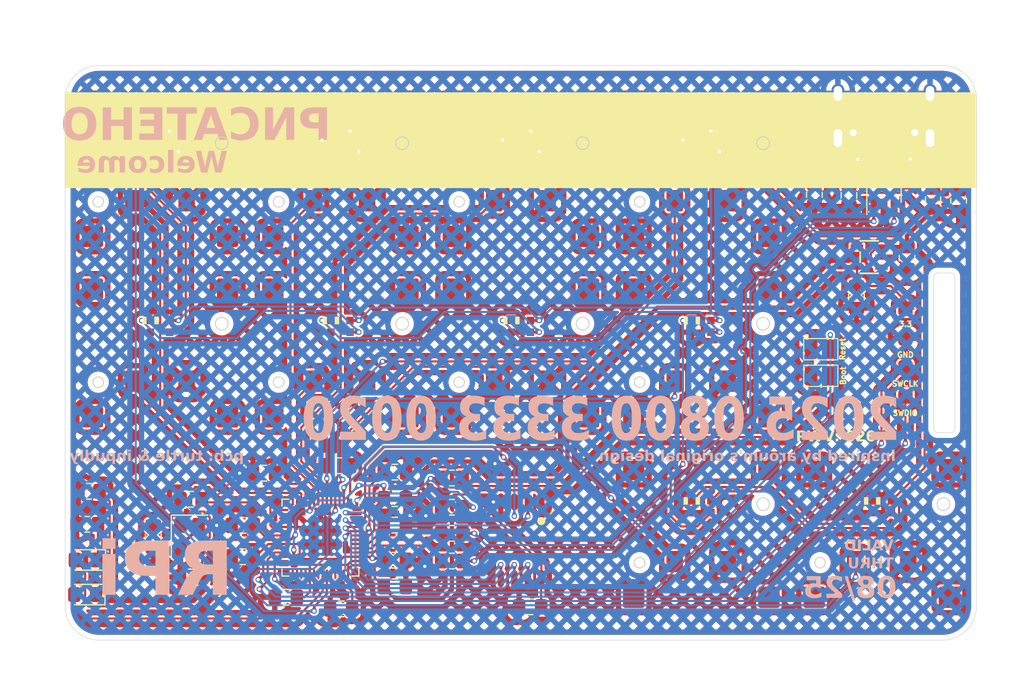
<source format=kicad_pcb>
(kicad_pcb (version 20241229) (generator "pcbnew") (generator_version "9.0")
  (layers (0 "F.Cu" signal) (2 "B.Cu" signal) (13 "F.Paste" user) (15 "B.Paste" user) (5 "F.SilkS" user "F.Silkscreen") (7 "B.SilkS" user "B.Silkscreen") (1 "F.Mask" user) (3 "B.Mask" user) (25 "Edge.Cuts" user))
  (net 0 "")
  (net 1 "R1C1")
  (net 2 "Net-(D3-DO)")
  (net 3 "R1C2")
  (net 4 "R1C3")
  (net 5 "R1C4")
  (net 6 "R2C1")
  (net 7 "R2C2")
  (net 8 "R3C4")
  (net 9 "R3C5")
  (net 10 "+5V")
  (net 13 "R2C3")
  (net 14 "R2C4")
  (net 15 "Net-(J1-CC2)")
  (net 16 "USBD-")
  (net 17 "Net-(J1-CC1)")
  (net 18 "USBD+")
  (net 20 "+3V3")
  (net 21 "QSPI_CS")
  (net 22 "QSPI_D3")
  (net 23 "QSPI_D1")
  (net 24 "QSPI_SCLK")
  (net 25 "QSPI_D2")
  (net 26 "QSPI_D0")
  (net 27 "Net-(F1-Pad1)")
  (net 28 "Net-(C5-Pad1)")
  (net 29 "XIN")
  (net 30 "+1V1")
  (net 31 "Net-(D1-K)")
  (net 32 "STATE_LED")
  (net 33 "Net-(D2-K)")
  (net 34 "XOUT")
  (net 35 "BOOT")
  (net 36 "~{RESET}")
  (net 51 "SWDIO")
  (net 55 "SWCLK")
  (net 57 "Net-(D4-DO)")
  (net 58 "Net-(D5-DO)")
  (net 59 "Net-(D6-DO)")
  (net 60 "LED")
  (net 61 "Net-(D7-DO)")
  (net 62 "Net-(D8-DO)")
  (net 63 "Net-(D10-DI)")
  (net 64 "Net-(D10-DO)")
  (net 65 "Net-(D11-DO)")
  (net 67 "USB_DP")
  (net 68 "Net-(U1-USB_DP)")
  (net 69 "USB_DM")
  (net 70 "Net-(U1-USB_DM)")
  (net 71 "GND")
  (footprint "PNCATEHO:C_0805_2012Metric_Pad1.18x1.45mm_HandSolder" (layer "F.Cu") (at 106.45 120.45 -90)
    (property "Reference" "C5")
    (property "Value" "20pF")
  )
  (footprint "PNCATEHO:TestPoint_Pad_D2.0mm" (layer "F.Cu") (at 177.1 107.299334)
    (property "Reference" "TP2" (hide yes))
    (property "Value" "SWDIO")
  )
  (footprint "PNCATEHO:SW_PG1316" (layer "F.Cu") (at 107.08 86.253958)
    (property "Reference" "SW1")
    (property "Value" "~" (hide yes))
    (fp_circle (center -5.8 2.75) (end -5.3 2.75) (stroke (width 0.1)) (fill no) (layer "Edge.Cuts"))
    (fp_circle (center 5.8 -2.75) (end 6.4 -2.75) (stroke (width 0.1)) (fill no) (layer "Edge.Cuts"))
  )
  (footprint "PNCATEHO:C_0805_2012Metric_Pad1.18x1.45mm_HandSolder" (layer "F.Cu") (at 124.1 127.25 180)
    (property "Reference" "C9")
    (property "Value" "100 nF")
  )
  (footprint "PNCATEHO:R_0805_2012Metric_Pad1.20x1.40mm_HandSolder" (layer "F.Cu") (at 100.25 119.3)
    (property "Reference" "R9")
    (property "Value" "1k")
  )
  (footprint "PNCATEHO:SOT-23-5_L3.0-W1.7-P0.95-LS2.8-BL" (layer "F.Cu") (at 173.7 94.2 90)
    (property "Reference" "U2")
    (property "Value" "RT9013-33GB" (hide yes))
  )
  (footprint "PNCATEHO:C_0805_2012Metric_Pad1.18x1.45mm_HandSolder" (layer "F.Cu") (at 177.2535 94.3 -90)
    (property "Reference" "C1")
    (property "Value" "1uF")
  )
  (footprint "PNCATEHO:LED_0805_2012Metric_Pad1.15x1.40mm_HandSolder" (layer "F.Cu") (at 100.05 125.9 180)
    (property "Reference" "D2")
    (property "Value" "BLUE")
  )
  (footprint "PNCATEHO:C_0805_2012Metric_Pad1.18x1.45mm_HandSolder" (layer "F.Cu") (at 129.1375 116.8875)
    (property "Reference" "C12")
    (property "Value" "100 nF")
  )
  (footprint "PNCATEHO:RP2040-QFN-56" (layer "F.Cu") (at 122.15 120.55 -90)
    (property "Reference" "U1")
    (property "Value" "RP2040")
  )
  (footprint "PNCATEHO:C_0805_2012Metric_Pad1.18x1.45mm_HandSolder" (layer "F.Cu") (at 129.1375 114.4)
    (property "Reference" "C14")
    (property "Value" "100 nF")
  )
  (footprint "PNCATEHO:WS2812-2020-2.00mmx2.20mm" (layer "F.Cu") (at 157.93 117.653958 180)
    (property "Reference" "D11")
    (property "Value" "~" (hide yes))
  )
  (footprint "PNCATEHO:C_0805_2012Metric_Pad1.18x1.45mm_HandSolder" (layer "F.Cu") (at 110 124.25 180)
    (property "Reference" "C4")
    (property "Value" "20pF")
  )
  (footprint "PNCATEHO:SW_PG1316" (layer "F.Cu") (at 157.93 86.253958)
    (property "Reference" "SW4")
    (property "Value" "~" (hide yes))
    (fp_circle (center -5.8 2.75) (end -5.3 2.75) (stroke (width 0.1)) (fill no) (layer "Edge.Cuts"))
    (fp_circle (center 5.8 -2.75) (end 6.4 -2.75) (stroke (width 0.1)) (fill no) (layer "Edge.Cuts"))
  )
  (footprint "PNCATEHO:Crystal_SMD_3225-4Pin_3.2x2.5mm" (layer "F.Cu") (at 109.85 120.5 -90)
    (property "Reference" "Y1")
    (property "Value" "12MHz")
  )
  (footprint "PNCATEHO:C_0805_2012Metric_Pad1.18x1.45mm_HandSolder" (layer "F.Cu") (at 114.85 122.35 180)
    (property "Reference" "C15")
    (property "Value" "100 nF")
  )
  (footprint "PNCATEHO:WS2812-2020-2.00mmx2.20mm" (layer "F.Cu") (at 140.98 100.703958 180)
    (property "Reference" "D9")
    (property "Value" "~" (hide yes))
  )
  (footprint "PNCATEHO:SW_PG1316" (layer "F.Cu") (at 157.93 120.153958)
    (property "Reference" "SW9")
    (property "Value" "~" (hide yes))
    (fp_circle (center -5.8 2.75) (end -5.3 2.75) (stroke (width 0.1)) (fill no) (layer "Edge.Cuts"))
    (fp_circle (center 5.8 -2.75) (end 6.4 -2.75) (stroke (width 0.1)) (fill no) (layer "Edge.Cuts"))
  )
  (footprint "PNCATEHO:C_0805_2012Metric_Pad1.18x1.45mm_HandSolder" (layer "F.Cu") (at 114.85 119.4 180)
    (property "Reference" "C6")
    (property "Value" "100 nF")
  )
  (footprint "PNCATEHO:SW_PG1316" (layer "F.Cu") (at 124.03 86.253958)
    (property "Reference" "SW2")
    (property "Value" "~" (hide yes))
    (fp_circle (center -5.8 2.75) (end -5.3 2.75) (stroke (width 0.1)) (fill no) (layer "Edge.Cuts"))
    (fp_circle (center 5.8 -2.75) (end 6.4 -2.75) (stroke (width 0.1)) (fill no) (layer "Edge.Cuts"))
  )
  (footprint "PNCATEHO:C_0805_2012Metric_Pad1.18x1.45mm_HandSolder" (layer "F.Cu") (at 129.1375 122.675)
    (property "Reference" "C16")
    (property "Value" "1uF")
  )
  (footprint "PNCATEHO:WS2812-2020-2.00mmx2.20mm" (layer "F.Cu") (at 124.03 100.703958 180)
    (property "Reference" "D8")
    (property "Value" "~" (hide yes))
  )
  (footprint "PNCATEHO:C_0805_2012Metric_Pad1.18x1.45mm_HandSolder" (layer "F.Cu") (at 123.9 113.8 180)
    (property "Reference" "C8")
    (property "Value" "100 nF")
  )
  (footprint "PNCATEHO:WS2812-2020-2.00mmx2.20mm" (layer "F.Cu") (at 124.03 83.753958 180)
    (property "Reference" "D5")
    (property "Value" "~" (hide yes))
  )
  (footprint "PNCATEHO:SW_PG1316" (layer "F.Cu") (at 107.08 103.203958)
    (property "Reference" "SW5")
    (property "Value" "~" (hide yes))
    (fp_circle (center -5.8 2.75) (end -5.3 2.75) (stroke (width 0.1)) (fill no) (layer "Edge.Cuts"))
    (fp_circle (center 5.8 -2.75) (end 6.4 -2.75) (stroke (width 0.1)) (fill no) (layer "Edge.Cuts"))
  )
  (footprint "PNCATEHO:C_0805_2012Metric_Pad1.18x1.45mm_HandSolder" (layer "F.Cu") (at 129.1375 125.1625)
    (property "Reference" "C13")
    (property "Value" "1uF")
  )
  (footprint "PNCATEHO:USB_C_Receptacle_TYPE-C-31-M-12" (layer "F.Cu") (at 175.085 79.87896 180)
    (property "Reference" "J1" (hide yes))
    (property "Value" "USB_C_Receptacle_USB2.0" (hide yes))
  )
  (footprint "PNCATEHO:SW_PG1316" (layer "F.Cu") (at 140.98 103.203958)
    (property "Reference" "SW7")
    (property "Value" "~" (hide yes))
    (fp_circle (center -5.8 2.75) (end -5.3 2.75) (stroke (width 0.1)) (fill no) (layer "Edge.Cuts"))
    (fp_circle (center 5.8 -2.75) (end 6.4 -2.75) (stroke (width 0.1)) (fill no) (layer "Edge.Cuts"))
  )
  (footprint "PNCATEHO:C_0805_2012Metric_Pad1.18x1.45mm_HandSolder" (layer "F.Cu") (at 141.85 127.05 180)
    (property "Reference" "C3")
    (property "Value" "100 nF")
  )
  (footprint "PNCATEHO:C_0805_2012Metric_Pad1.18x1.45mm_HandSolder" (layer "F.Cu") (at 171.8 88.4 90)
    (property "Reference" "C17")
    (property "Value" "100nF")
  )
  (footprint "PNCATEHO:C_0805_2012Metric_Pad1.18x1.45mm_HandSolder" (layer "F.Cu") (at 116.85 114.5 180)
    (property "Reference" "C7")
    (property "Value" "100 nF")
  )
  (footprint "PNCATEHO:SW_PG1316" (layer "F.Cu") (at 157.93 103.203958)
    (property "Reference" "SW8")
    (property "Value" "~" (hide yes))
    (fp_circle (center -5.8 2.75) (end -5.3 2.75) (stroke (width 0.1)) (fill no) (layer "Edge.Cuts"))
    (fp_circle (center 5.8 -2.75) (end 6.4 -2.75) (stroke (width 0.1)) (fill no) (layer "Edge.Cuts"))
  )
  (footprint "PNCATEHO:SW_PG1316" (layer "F.Cu") (at 174.88 120.153958)
    (property "Reference" "SW10")
    (property "Value" "~" (hide yes))
    (fp_circle (center -5.8 2.75) (end -5.3 2.75) (stroke (width 0.1)) (fill no) (layer "Edge.Cuts"))
    (fp_circle (center 5.8 -2.75) (end 6.4 -2.75) (stroke (width 0.1)) (fill no) (layer "Edge.Cuts"))
  )
  (footprint "PNCATEHO:R_0805_2012Metric_Pad1.20x1.40mm_HandSolder" (layer "F.Cu") (at 100.4 116.2)
    (property "Reference" "R10")
    (property "Value" "1k")
  )
  (footprint "PNCATEHO:R_0805_2012Metric_Pad1.20x1.40mm_HandSolder" (layer "F.Cu") (at 182.1 88.9 -90)
    (property "Reference" "R1")
    (property "Value" "5.1k")
  )
  (footprint "PNCATEHO:TestPoint_Pad_D2.0mm" (layer "F.Cu") (at 177.1 99.050333)
    (property "Reference" "TP4" (hide yes))
    (property "Value" "3.3")
  )
  (footprint "PNCATEHO:R_0805_2012Metric_Pad1.20x1.40mm_HandSolder" (layer "F.Cu") (at 134.5 120.15 180)
    (property "Reference" "R6")
    (property "Value" "27")
  )
  (footprint "PNCATEHO:C_0805_2012Metric_Pad1.18x1.45mm_HandSolder" (layer "F.Cu") (at 129.1375 119.375)
    (property "Reference" "C11")
    (property "Value" "100 nF")
  )
  (footprint "PNCATEHO:C_0805_2012Metric_Pad1.18x1.45mm_HandSolder" (layer "F.Cu") (at 172.5 97.95 -90)
    (property "Reference" "C2" (hide yes))
    (property "Value" "1uF" (hide yes))
  )
  (footprint "PNCATEHO:C_0805_2012Metric_Pad1.18x1.45mm_HandSolder" (layer "F.Cu") (at 118.9 126.15 180)
    (property "Reference" "C10")
    (property "Value" "100 nF")
  )
  (footprint "PNCATEHO:SW_PG1316" (layer "F.Cu") (at 140.98 86.253958)
    (property "Reference" "SW3")
    (property "Value" "~" (hide yes))
    (fp_circle (center -5.8 2.75) (end -5.3 2.75) (stroke (width 0.1)) (fill no) (layer "Edge.Cuts"))
    (fp_circle (center 5.8 -2.75) (end 6.4 -2.75) (stroke (width 0.1)) (fill no) (layer "Edge.Cuts"))
  )
  (footprint "PNCATEHO:TestPoint_Pad_D2.0mm" (layer "F.Cu") (at 177.1 104.549667)
    (property "Reference" "TP3" (hide yes))
    (property "Value" "SWCLK")
  )
  (footprint "PNCATEHO:R_0805_2012Metric_Pad1.20x1.40mm_HandSolder" (layer "F.Cu") (at 110 116.95)
    (property "Reference" "R3")
    (property "Value" "1k")
  )
  (footprint "PNCATEHO:WS2812-2020-2.00mmx2.20mm" (layer "F.Cu") (at 157.93 100.703958 180)
    (property "Reference" "D10")
    (property "Value" "~" (hide yes))
  )
  (footprint "PNCATEHO:SOT-23-6_Handsoldering_REV" (layer "F.Cu") (at 175.085 88.15 90)
    (property "Reference" "U4" (hide yes))
    (property "Value" "USBLC6-2SC6" (hide yes))
  )
  (footprint "PNCATEHO:WS2812-2020-2.00mmx2.20mm" (layer "F.Cu") (at 157.93 83.753958 180)
    (property "Reference" "D3")
    (property "Value" "~" (hide yes))
  )
  (footprint "PNCATEHO:WS2812-2020-2.00mmx2.20mm" (layer "F.Cu") (at 140.98 83.753958 180)
    (property "Reference" "D4")
    (property "Value" "~" (hide yes))
  )
  (footprint "PNCATEHO:LED_0805_2012Metric_Pad1.15x1.40mm_HandSolder" (layer "F.Cu") (at 100.1 122.65 180)
    (property "Reference" "D1")
    (property "Value" "RED")
  )
  (footprint "PNCATEHO:R_0805_2012Metric_Pad1.20x1.40mm_HandSolder" (layer "F.Cu") (at 134.5 122.75 180)
    (property "Reference" "R7")
    (property "Value" "27")
  )
  (footprint "PNCATEHO:WS2812-2020-2.00mmx2.20mm" (layer "F.Cu") (at 107.08 100.703958 180)
    (property "Reference" "D7")
    (property "Value" "~" (hide yes))
  )
  (footprint "PNCATEHO:WS2812-2020-2.00mmx2.20mm" (layer "F.Cu") (at 107.08 83.753958 180)
    (property "Reference" "D6")
    (property "Value" "~" (hide yes))
  )
  (footprint "PNCATEHO:SW_PUSH" (layer "F.Cu") (at 169.15 105.35)
    (property "Reference" "SW11" (hide yes))
    (property "Value" "Boot")
  )
  (footprint "PNCATEHO:R_0805_2012Metric_Pad1.20x1.40mm_HandSolder" (layer "F.Cu") (at 168.55 88.35 -90)
    (property "Reference" "R2")
    (property "Value" "5.1k")
  )
  (footprint "PNCATEHO:Fuse_0805_2012Metric" (layer "F.Cu") (at 179.7 88.8 -90)
    (property "Reference" "F1" (hide yes))
    (property "Value" "0.5А 6V")
  )
  (footprint "PNCATEHO:R_0805_2012Metric_Pad1.20x1.40mm_HandSolder" (layer "F.Cu") (at 134.5 114.95)
    (property "Reference" "R4")
    (property "Value" "1k")
  )
  (footprint "PNCATEHO:R_0805_2012Metric_Pad1.20x1.40mm_HandSolder" (layer "F.Cu") (at 134.5 117.7 180)
    (property "Reference" "R5")
    (property "Value" "10k")
  )
  (footprint "PNCATEHO:SW_PG1316" (layer "F.Cu") (at 124.03 103.203958)
    (property "Reference" "SW6")
    (property "Value" "~" (hide yes))
    (fp_circle (center -5.8 2.75) (end -5.3 2.75) (stroke (width 0.1)) (fill no) (layer "Edge.Cuts"))
    (fp_circle (center 5.8 -2.75) (end 6.4 -2.75) (stroke (width 0.1)) (fill no) (layer "Edge.Cuts"))
  )
  (footprint "PNCATEHO:WS2812-2020-2.00mmx2.20mm" (layer "F.Cu") (at 174.88 117.653958 180)
    (property "Reference" "D12")
    (property "Value" "~" (hide yes))
  )
  (footprint "PNCATEHO:SW_PUSH" (layer "F.Cu") (at 169.15 102.85)
    (property "Reference" "SW12" (hide yes))
    (property "Value" "Reset")
  )
  (footprint "PNCATEHO:TestPoint_Pad_D2.0mm" (layer "F.Cu") (at 177.1 101.833333)
    (property "Reference" "TP1" (hide yes))
    (property "Value" "GND")
  )
  (footprint "PNCATEHO:SOIC127P790X216-8N" (layer "F.Cu") (at 141 120.8 -90)
    (property "Reference" "U3")
    (property "Value" "W25Q32JVSSIQ" (hide yes))
  )
  (gr_line (start 141.88 84.303958) (end 142.71 84.303958) (stroke (width 0.2)) (layer "B.Cu") (net 2))
  (gr_poly (pts (xy 183.74 78.769) (xy 183.74 87.669) (xy 98.19 87.669) (xy 98.19 78.769)) (stroke (width 0.1)) (fill yes) (layer "F.SilkS"))
  (gr_arc (start 180.12 110.6915) (mid 179.85837 110.58313) (end 179.75 110.3215) (stroke (width 0.05)) (layer "Edge.Cuts"))
  (gr_line (start 183.77 79.379) (end 183.77 127.004) (stroke (width 0.05)) (layer "Edge.Cuts"))
  (gr_arc (start 101.347 130.179) (mid 99.101936 129.249064) (end 98.172 127.004) (stroke (width 0.05)) (layer "Edge.Cuts"))
  (gr_arc (start 98.172 79.379) (mid 99.101936 77.133936) (end 101.347 76.204) (stroke (width 0.05)) (layer "Edge.Cuts"))
  (gr_arc (start 180.595 76.204) (mid 182.840064 77.133936) (end 183.77 79.379) (stroke (width 0.05)) (layer "Edge.Cuts"))
  (gr_arc (start 183.77 127.004) (mid 182.840064 129.249064) (end 180.595 130.179) (stroke (width 0.05)) (layer "Edge.Cuts"))
  (gr_arc (start 181.75 110.3215) (mid 181.64163 110.58313) (end 181.38 110.6915) (stroke (width 0.05)) (layer "Edge.Cuts"))
  (gr_line (start 180.12 95.6915) (end 181.38 95.6915) (stroke (width 0.05)) (layer "Edge.Cuts"))
  (gr_line (start 181.38 110.6915) (end 180.12 110.6915) (stroke (width 0.05)) (layer "Edge.Cuts"))
  (gr_arc (start 181.38 95.6915) (mid 181.64163 95.79987) (end 181.75 96.0615) (stroke (width 0.05)) (layer "Edge.Cuts"))
  (gr_arc (start 179.75 96.0615) (mid 179.85837 95.79987) (end 180.12 95.6915) (stroke (width 0.05)) (layer "Edge.Cuts"))
  (gr_line (start 180.595 130.179) (end 101.347 130.179) (stroke (width 0.05)) (layer "Edge.Cuts"))
  (gr_line (start 98.172 127.004) (end 98.172 79.379) (stroke (width 0.05)) (layer "Edge.Cuts"))
  (gr_line (start 179.75 110.3215) (end 179.75 96.0615) (stroke (width 0.05)) (layer "Edge.Cuts"))
  (gr_line (start 181.75 96.0615) (end 181.75 110.3215) (stroke (width 0.05)) (layer "Edge.Cuts"))
  (gr_line (start 101.347 76.204) (end 180.595 76.204) (stroke (width 0.05)) (layer "Edge.Cuts"))
  (gr_text "PWV: 020" (at 166.8 111.678958 0) (layer "F.SilkS") (effects (font (size 1 1) (thickness 0.25) (bold yes)) (justify left bottom)))
  (gr_text "Welcome" (at 113.45 86.6 0) (layer "B.SilkS") (effects (font (size 2 2) (thickness 0.4) (bold yes)) (justify left bottom mirror)))
  (gr_text "RPi" (at 114 126.775 0) (layer "B.SilkS") (effects (font (size 5 5) (thickness 1) (bold yes) (italic yes)) (justify left bottom mirror)))
  (gr_text "PNCATEHO" (at 123.15 83.7 0) (layer "B.SilkS") (effects (font (size 3 3) (thickness 0.4) (bold yes)) (justify left bottom mirror)))
  (gr_text "pcb: turtle & inpudiy" (at 114.97 113.52 0) (layer "B.SilkS") (effects (font (size 1 1) (thickness 0.25) (bold yes)) (justify left bottom mirror)))
  (gr_text "inspired by aroum's original design" (at 176.2 113.52 0) (layer "B.SilkS") (effects (font (size 1 1) (thickness 0.25) (bold yes)) (justify left bottom mirror)))
  (gr_text "2025 0800 3333 0020" (at 176.6 112.05 0) (layer "B.SilkS") (effects (font (size 4 3.3) (thickness 0.7) (bold yes)) (justify left bottom mirror)))
  (gr_text "08/25" (at 176.3 126.55 0) (layer "B.SilkS") (effects (font (size 2 2) (thickness 0.4) (bold yes)) (justify left bottom mirror)))
  (gr_text "VALID\nTHRU" (at 176 123.6 0) (layer "B.SilkS") (effects (font (size 1 1) (thickness 0.25) (bold yes)) (justify left bottom mirror)))
  (segment (start 104.58 88.903958) (end 107.1 91.423958) (width 0.2) (layer "F.Cu") (net 1))
  (segment (start 107.1 91.423958) (end 107.1 108.3) (width 0.2) (layer "F.Cu") (net 1))
  (segment (start 120.75 116.25) (end 120.75 117.1125) (width 0.2) (layer "F.Cu") (net 1))
  (segment (start 114.749 115.949) (end 120.449 115.949) (width 0.2) (layer "F.Cu") (net 1))
  (segment (start 120.449 115.949) (end 120.75 116.25) (width 0.2) (layer "F.Cu") (net 1))
  (segment (start 107.1 108.3) (end 114.749 115.949) (width 0.2) (layer "F.Cu") (net 1))
  (segment (start 157.03 83.203958) (end 156.203958 83.203958) (width 0.2) (layer "F.Cu") (net 2))
  (segment (start 156.203958 83.203958) (end 156.2 83.2) (width 0.2) (layer "F.Cu") (net 2))
  (segment (start 141.88 84.303958) (end 142.71 84.303958) (width 0.2) (layer "F.Cu") (net 2))
  (via micro (at 142.71 84.303958) (size 0.5) (drill 0.3) (layers "F.Cu" "B.Cu") (net 2))
  (via micro (at 156.2 83.2) (size 0.5) (drill 0.3) (layers "F.Cu" "B.Cu") (net 2))
  (segment (start 154.695042 84.704958) (end 156.2 83.2) (width 0.2) (layer "B.Cu") (net 2))
  (segment (start 143.111 84.704958) (end 154.695042 84.704958) (width 0.2) (layer "B.Cu") (net 2))
  (segment (start 142.71 84.303958) (end 143.111 84.704958) (width 0.2) (layer "B.Cu") (net 2))
  (segment (start 121.53 88.903958) (end 119.331 91.102958) (width 0.2) (layer "F.Cu") (net 3))
  (segment (start 119.331 113.581) (end 121.55 115.8) (width 0.2) (layer "F.Cu") (net 3))
  (segment (start 119.331 91.102958) (end 119.331 113.581) (width 0.2) (layer "F.Cu") (net 3))
  (segment (start 121.55 115.8) (end 121.55 117.1125) (width 0.2) (layer "F.Cu") (net 3))
  (segment (start 137.279 90.104958) (end 128.745042 90.104958) (width 0.2) (layer "F.Cu") (net 4))
  (segment (start 124.05 106.5) (end 120.35 110.2) (width 0.2) (layer "F.Cu") (net 4))
  (segment (start 120.35 113.3829) (end 122.35 115.3829) (width 0.2) (layer "F.Cu") (net 4))
  (segment (start 128.745042 90.104958) (end 124.05 94.8) (width 0.2) (layer "F.Cu") (net 4))
  (segment (start 124.05 94.8) (end 124.05 106.5) (width 0.2) (layer "F.Cu") (net 4))
  (segment (start 122.35 115.3829) (end 122.35 117.1125) (width 0.2) (layer "F.Cu") (net 4))
  (segment (start 120.35 110.2) (end 120.35 113.3829) (width 0.2) (layer "F.Cu") (net 4))
  (segment (start 138.48 88.903958) (end 137.279 90.104958) (width 0.2) (layer "F.Cu") (net 4))
  (segment (start 155.43 96.17) (end 147.6 104) (width 0.2) (layer "F.Cu") (net 5))
  (segment (start 122.75 115.005325) (end 122.748523 115.003848) (width 0.2) (layer "F.Cu") (net 5))
  (segment (start 122.75 117.1125) (end 122.75 115.005325) (width 0.2) (layer "F.Cu") (net 5))
  (segment (start 155.43 88.903958) (end 155.43 96.17) (width 0.2) (layer "F.Cu") (net 5))
  (segment (start 147.6 104) (end 127.982429 104) (width 0.2) (layer "F.Cu") (net 5))
  (via micro (at 127.982429 104) (size 0.5) (drill 0.3) (layers "F.Cu" "B.Cu") (net 5))
  (via micro (at 122.748523 115.003848) (size 0.5) (drill 0.3) (layers "F.Cu" "B.Cu") (net 5))
  (segment (start 122.748523 109.233906) (end 122.748523 115.003848) (width 0.2) (layer "B.Cu") (net 5))
  (segment (start 127.982429 104) (end 122.748523 109.233906) (width 0.2) (layer "B.Cu") (net 5))
  (segment (start 120.25 116.35) (end 114.5 116.35) (width 0.2) (layer "F.Cu") (net 6))
  (segment (start 120.35 117.1125) (end 120.35 116.45) (width 0.2) (layer "F.Cu") (net 6))
  (segment (start 104.58 106.43) (end 104.58 105.853958) (width 0.2) (layer "F.Cu") (net 6))
  (segment (start 114.5 116.35) (end 104.58 106.43) (width 0.2) (layer "F.Cu") (net 6))
  (segment (start 120.35 116.45) (end 120.25 116.35) (width 0.2) (layer "F.Cu") (net 6))
  (segment (start 119.95 107.433958) (end 119.95 113.55) (width 0.2) (layer "F.Cu") (net 7))
  (segment (start 119.95 113.55) (end 121.95 115.55) (width 0.2) (layer "F.Cu") (net 7))
  (segment (start 121.95 115.55) (end 121.95 117.1125) (width 0.2) (layer "F.Cu") (net 7))
  (segment (start 121.53 105.853958) (end 119.95 107.433958) (width 0.2) (layer "F.Cu") (net 7))
  (segment (start 124.35 115.85) (end 124.35 117.1125) (width 0.2) (layer "F.Cu") (net 8))
  (segment (start 149.45 116.823958) (end 155.43 122.803958) (width 0.2) (layer "F.Cu") (net 8))
  (via micro (at 149.45 116.823958) (size 0.5) (drill 0.3) (layers "F.Cu" "B.Cu") (net 8))
  (via micro (at 124.35 115.85) (size 0.5) (drill 0.3) (layers "F.Cu" "B.Cu") (net 8))
  (segment (start 128.15 112.05) (end 124.35 115.85) (width 0.2) (layer "B.Cu") (net 8))
  (segment (start 149.45 116.823958) (end 144.676042 112.05) (width 0.2) (layer "B.Cu") (net 8))
  (segment (start 144.676042 112.05) (end 128.15 112.05) (width 0.2) (layer "B.Cu") (net 8))
  (segment (start 123.55 118.006954) (end 123.55 117.1125) (width 0.2) (layer "F.Cu") (net 9))
  (segment (start 172.4 124.4) (end 172.43 124.37) (width 0.2) (layer "F.Cu") (net 9))
  (segment (start 172.43 124.25) (end 172.43 122.803958) (width 0.2) (layer "F.Cu") (net 9))
  (segment (start 172.43 124.37) (end 172.43 124.25) (width 0.2) (layer "F.Cu") (net 9))
  (via micro (at 172.43 124.25) (size 0.5) (drill 0.3) (layers "F.Cu" "B.Cu") (net 9))
  (via micro (at 123.560362 118.016201) (size 0.5) (drill 0.3) (layers "F.Cu" "B.Cu") (net 9))
  (segment (start 116.45 123.5) (end 115.749 124.201) (width 0.2) (layer "B.Cu") (net 9))
  (segment (start 115.749 125.50605) (end 117.14695 126.904) (width 0.2) (layer "B.Cu") (net 9))
  (segment (start 122.8 122.2) (end 121.5 123.5) (width 0.2) (layer "B.Cu") (net 9))
  (segment (start 122.8 118.776563) (end 122.8 122.2) (width 0.2) (layer "B.Cu") (net 9))
  (segment (start 123.028232 118.551) (end 123.025563 118.551) (width 0.2) (layer "B.Cu") (net 9))
  (segment (start 169.776 126.904) (end 172.43 124.25) (width 0.2) (layer "B.Cu") (net 9))
  (segment (start 123.351 118.228232) (end 123.028232 118.551) (width 0.2) (layer "B.Cu") (net 9))
  (segment (start 117.14695 126.904) (end 169.776 126.904) (width 0.2) (layer "B.Cu") (net 9))
  (segment (start 121.5 123.5) (end 116.45 123.5) (width 0.2) (layer "B.Cu") (net 9))
  (segment (start 115.749 124.201) (end 115.749 125.50605) (width 0.2) (layer "B.Cu") (net 9))
  (segment (start 123.560362 118.016201) (end 123.351 118.225563) (width 0.2) (layer "B.Cu") (net 9))
  (segment (start 123.025563 118.551) (end 122.8 118.776563) (width 0.2) (layer "B.Cu") (net 9))
  (segment (start 123.351 118.225563) (end 123.351 118.228232) (width 0.2) (layer "B.Cu") (net 9))
  (segment (start 175.085 88.15) (end 175.085 86.8) (width 0.2) (layer "F.Cu") (net 10))
  (segment (start 177.241 93.25) (end 177.2535 93.2625) (width 0.2) (layer "F.Cu") (net 10))
  (segment (start 173.8535 94.6255) (end 173.8535 93.85) (width 0.2) (layer "F.Cu") (net 10))
  (segment (start 174.378 95.15) (end 173.8535 94.6255) (width 0.2) (layer "F.Cu") (net 10))
  (segment (start 175.649 119.651) (end 176.5 118.8) (width 0.2) (layer "F.Cu") (net 10))
  (segment (start 179.7 89.7375) (end 177.241 92.1965) (width 0.4) (layer "F.Cu") (net 10))
  (segment (start 107.98 82.377916) (end 107.983958 82.373958) (width 0.2) (layer "F.Cu") (net 10))
  (segment (start 164.435858 116.202958) (end 167.8839 119.651) (width 0.2) (layer "F.Cu") (net 10))
  (segment (start 160.053958 83.203958) (end 169.1 92.25) (width 0.2) (layer "F.Cu") (net 10))
  (segment (start 171.8 87.3625) (end 172.5875 88.15) (width 0.2) (layer "F.Cu") (net 10))
  (segment (start 179.000001 89.7375) (end 179.7 89.7375) (width 0.2) (layer "F.Cu") (net 10))
  (segment (start 176.241 92.25) (end 177.2535 93.2625) (width 0.2) (layer "F.Cu") (net 10))
  (segment (start 159.656042 100.153958) (end 159.66 100.157916) (width 0.2) (layer "F.Cu") (net 10))
  (segment (start 175.085 88.15) (end 177.412501 88.15) (width 0.2) (layer "F.Cu") (net 10))
  (segment (start 178.9 113.983958) (end 175.78 117.103958) (width 0.2) (layer "F.Cu") (net 10))
  (segment (start 159.731 116.202958) (end 164.435858 116.202958) (width 0.2) (layer "F.Cu") (net 10))
  (segment (start 124.93 83.203958) (end 124.93 82.377916) (width 0.2) (layer "F.Cu") (net 10))
  (segment (start 176.5 117.45) (end 176.153958 117.103958) (width 0.2) (layer "F.Cu") (net 10))
  (segment (start 158.83 83.203958) (end 160.053958 83.203958) (width 0.2) (layer "F.Cu") (net 10))
  (segment (start 141.88 82.377916) (end 141.883958 82.373958) (width 0.2) (layer "F.Cu") (net 10))
  (segment (start 167.8839 119.651) (end 175.649 119.651) (width 0.2) (layer "F.Cu") (net 10))
  (segment (start 177.241 93.25) (end 178.9 94.909) (width 0.2) (layer "F.Cu") (net 10))
  (segment (start 178.9 94.909) (end 178.9 113.983958) (width 0.2) (layer "F.Cu") (net 10))
  (segment (start 107.98 83.203958) (end 107.98 82.377916) (width 0.2) (layer "F.Cu") (net 10))
  (segment (start 158.83 117.103958) (end 159.731 116.202958) (width 0.2) (layer "F.Cu") (net 10))
  (segment (start 176.153958 117.103958) (end 175.78 117.103958) (width 0.2) (layer "F.Cu") (net 10))
  (segment (start 124.93 82.377916) (end 124.933958 82.373958) (width 0.2) (layer "F.Cu") (net 10))
  (segment (start 169.1 92.25) (end 176.241 92.25) (width 0.2) (layer "F.Cu") (net 10))
  (segment (start 174.4535 93.25) (end 174.8535 93.25) (width 0.2) (layer "F.Cu") (net 10))
  (segment (start 125.761 100.153958) (end 124.93 100.153958) (width 0.2) (layer "F.Cu") (net 10))
  (segment (start 158.83 83.203958) (end 158.83 82.377916) (width 0.2) (layer "F.Cu") (net 10))
  (segment (start 172.5875 88.15) (end 175.085 88.15) (width 0.2) (layer "F.Cu") (net 10))
  (segment (start 141.88 83.203958) (end 141.88 82.377916) (width 0.2) (layer "F.Cu") (net 10))
  (segment (start 176.5 118.8) (end 176.5 117.45) (width 0.2) (layer "F.Cu") (net 10))
  (segment (start 142.706042 100.153958) (end 141.88 100.153958) (width 0.2) (layer "F.Cu") (net 10))
  (segment (start 158.83 82.377916) (end 158.833958 82.373958) (width 0.2) (layer "F.Cu") (net 10))
  (segment (start 173.8535 93.85) (end 174.4535 93.25) (width 0.2) (layer "F.Cu") (net 10))
  (segment (start 177.241 92.1965) (end 177.241 93.25) (width 0.4) (layer "F.Cu") (net 10))
  (segment (start 177.412501 88.15) (end 179.000001 89.7375) (width 0.2) (layer "F.Cu") (net 10))
  (segment (start 108.811 100.153958) (end 107.98 100.153958) (width 0.2) (layer "F.Cu") (net 10))
  (segment (start 158.83 100.153958) (end 159.656042 100.153958) (width 0.2) (layer "F.Cu") (net 10))
  (segment (start 174.8535 95.15) (end 174.378 95.15) (width 0.2) (layer "F.Cu") (net 10))
  (segment (start 174.8535 93.25) (end 177.241 93.25) (width 0.4) (layer "F.Cu") (net 10))
  (via micro (at 125.761 100.153958) (size 0.5) (drill 0.3) (layers "F.Cu" "B.Cu") (net 10))
  (via micro (at 159.66 100.157916) (size 0.5) (drill 0.3) (layers "F.Cu" "B.Cu") (net 10))
  (via micro (at 107.983958 82.373958) (size 0.5) (drill 0.3) (layers "F.Cu" "B.Cu") (net 10))
  (via micro (at 141.883958 82.373958) (size 0.5) (drill 0.3) (layers "F.Cu" "B.Cu") (net 10))
  (via micro (at 108.811 100.153958) (size 0.5) (drill 0.3) (layers "F.Cu" "B.Cu") (net 10))
  (via micro (at 124.933958 82.373958) (size 0.5) (drill 0.3) (layers "F.Cu" "B.Cu") (net 10))
  (via micro (at 158.833958 82.373958) (size 0.5) (drill 0.3) (layers "F.Cu" "B.Cu") (net 10))
  (via micro (at 142.706042 100.153958) (size 0.5) (drill 0.3) (layers "F.Cu" "B.Cu") (net 10))
  (segment (start 141.883958 82.373958) (end 141.954958 82.302958) (width 0.2) (layer "B.Cu") (net 10))
  (segment (start 125.761 100.151) (end 125.761 100.153958) (width 0.2) (layer "B.Cu") (net 10))
  (segment (start 142.706042 100.153958) (end 143.911 98.949) (width 0.2) (layer "B.Cu") (net 10))
  (segment (start 125.004958 82.302958) (end 141.812958 82.302958) (width 0.2) (layer "B.Cu") (net 10))
  (segment (start 141.509 98.949) (end 142.706042 100.146042) (width 0.2) (layer "B.Cu") (net 10))
  (segment (start 158.762958 82.302958) (end 158.833958 82.373958) (width 0.2) (layer "B.Cu") (net 10))
  (segment (start 125.761 100.153958) (end 126.965958 98.949) (width 0.2) (layer "B.Cu") (net 10))
  (segment (start 142.706042 100.146042) (end 142.706042 100.153958) (width 0.2) (layer "B.Cu") (net 10))
  (segment (start 124.461958 98.851958) (end 125.761 100.151) (width 0.2) (layer "B.Cu") (net 10))
  (segment (start 107.983958 82.373958) (end 108.054958 82.302958) (width 0.2) (layer "B.Cu") (net 10))
  (segment (start 158.451084 98.949) (end 158.926042 99.423958) (width 0.2) (layer "B.Cu") (net 10))
  (segment (start 158.926042 99.423958) (end 159.66 100.157916) (width 0.2) (layer "B.Cu") (net 10))
  (segment (start 108.811 100.153958) (end 110.113 98.851958) (width 0.2) (layer "B.Cu") (net 10))
  (segment (start 108.054958 82.302958) (end 124.862958 82.302958) (width 0.2) (layer "B.Cu") (net 10))
  (segment (start 110.113 98.851958) (end 124.461958 98.851958) (width 0.2) (layer "B.Cu") (net 10))
  (segment (start 124.862958 82.302958) (end 124.933958 82.373958) (width 0.2) (layer "B.Cu") (net 10))
  (segment (start 126.965958 98.949) (end 141.509 98.949) (width 0.2) (layer "B.Cu") (net 10))
  (segment (start 141.954958 82.302958) (end 158.762958 82.302958) (width 0.2) (layer "B.Cu") (net 10))
  (segment (start 141.812958 82.302958) (end 141.883958 82.373958) (width 0.2) (layer "B.Cu") (net 10))
  (segment (start 158.833958 99.331874) (end 158.926042 99.423958) (width 0.2) (layer "B.Cu") (net 10))
  (segment (start 124.933958 82.373958) (end 125.004958 82.302958) (width 0.2) (layer "B.Cu") (net 10))
  (segment (start 143.911 98.949) (end 158.451084 98.949) (width 0.2) (layer "B.Cu") (net 10))
  (segment (start 158.833958 82.373958) (end 158.833958 99.331874) (width 0.2) (layer "B.Cu") (net 10))
  (segment (start 123.699 114.871768) (end 124 114.570768) (width 0.2) (layer "F.Cu") (net 13))
  (segment (start 123.15 115.625) (end 123.699 115.076) (width 0.2) (layer "F.Cu") (net 13))
  (segment (start 130.9 104.5) (end 137.126042 104.5) (width 0.2) (layer "F.Cu") (net 13))
  (segment (start 124 114.570768) (end 124 111.4) (width 0.2) (layer "F.Cu") (net 13))
  (segment (start 124 111.4) (end 130.9 104.5) (width 0.2) (layer "F.Cu") (net 13))
  (segment (start 123.699 115.076) (end 123.699 114.871768) (width 0.2) (layer "F.Cu") (net 13))
  (segment (start 137.126042 104.5) (end 138.48 105.853958) (width 0.2) (layer "F.Cu") (net 13))
  (segment (start 123.15 117.1125) (end 123.15 115.625) (width 0.2) (layer "F.Cu") (net 13))
  (segment (start 155.43 107.3) (end 155.43 105.853958) (width 0.2) (layer "F.Cu") (net 14))
  (segment (start 123.8 115.55) (end 123.8 116.3) (width 0.2) (layer "F.Cu") (net 14))
  (segment (start 123.95002 117.11248) (end 123.95 117.1125) (width 0.2) (layer "F.Cu") (net 14))
  (segment (start 123.8 116.3) (end 123.95 116.45) (width 0.2) (layer "F.Cu") (net 14))
  (segment (start 155.43 107.42) (end 155.43 107.3) (width 0.2) (layer "F.Cu") (net 14))
  (segment (start 124.25 115.1) (end 123.8 115.55) (width 0.2) (layer "F.Cu") (net 14))
  (segment (start 123.95 116.45) (end 123.95 117.1125) (width 0.2) (layer "F.Cu") (net 14))
  (segment (start 155.4 107.45) (end 155.43 107.42) (width 0.2) (layer "F.Cu") (net 14))
  (via micro (at 155.43 107.3) (size 0.5) (drill 0.3) (layers "F.Cu" "B.Cu") (net 14))
  (via micro (at 124.25 115.1) (size 0.5) (drill 0.3) (layers "F.Cu" "B.Cu") (net 14))
  (segment (start 126.05 107.5) (end 155.23 107.5) (width 0.2) (layer "B.Cu") (net 14))
  (segment (start 124.25 115.1) (end 123.8 114.65) (width 0.2) (layer "B.Cu") (net 14))
  (segment (start 123.8 114.65) (end 123.8 109.75) (width 0.2) (layer "B.Cu") (net 14))
  (segment (start 123.8 109.75) (end 126.05 107.5) (width 0.2) (layer "B.Cu") (net 14))
  (segment (start 155.23 107.5) (end 155.43 107.3) (width 0.2) (layer "B.Cu") (net 14))
  (segment (start 173.335 83.92396) (end 173.335 85.144943) (width 0.2) (layer "F.Cu") (net 15))
  (segment (start 169.95 85.95) (end 168.55 87.35) (width 0.2) (layer "F.Cu") (net 15))
  (segment (start 173.335 85.144943) (end 172.529943 85.95) (width 0.2) (layer "F.Cu") (net 15))
  (segment (start 172.529943 85.95) (end 169.95 85.95) (width 0.2) (layer "F.Cu") (net 15))
  (segment (start 174.835 82.94696) (end 174.884 82.89796) (width 0.2) (layer "F.Cu") (net 16))
  (segment (start 175.786 82.89796) (end 175.835 82.94696) (width 0.2) (layer "F.Cu") (net 16))
  (segment (start 174.884 82.89796) (end 175.786 82.89796) (width 0.2) (layer "F.Cu") (net 16))
  (segment (start 174.835 83.92396) (end 174.835 82.94696) (width 0.2) (layer "F.Cu") (net 16))
  (segment (start 175.835 82.94696) (end 175.835 83.92396) (width 0.2) (layer "F.Cu") (net 16))
  (segment (start 175.835 85.159816) (end 175.835 85.435) (width 0.2) (layer "F.Cu") (net 16))
  (segment (start 176.035 85.635) (end 176.035 86.8) (width 0.2) (layer "F.Cu") (net 16))
  (segment (start 175.835 85.435) (end 176.035 85.635) (width 0.2) (layer "F.Cu") (net 16))
  (segment (start 175.835 83.92396) (end 175.835 85.159816) (width 0.2) (layer "F.Cu") (net 16))
  (segment (start 174.835 83.92396) (end 174.810001 83.948959) (width 0.2) (layer "F.Cu") (net 16))
  (segment (start 174.835 83.92396) (end 174.85 83.93896) (width 0.2) (layer "F.Cu") (net 16))
  (segment (start 179.05 88.8) (end 181.2 88.8) (width 0.2) (layer "F.Cu") (net 17))
  (segment (start 178.485 88.235) (end 179.05 88.8) (width 0.2) (layer "F.Cu") (net 17))
  (segment (start 176.335 83.92396) (end 176.335 85.335) (width 0.2) (layer "F.Cu") (net 17))
  (segment (start 178.485 87.485) (end 178.485 88.235) (width 0.2) (layer "F.Cu") (net 17))
  (segment (start 176.335 85.335) (end 178.485 87.485) (width 0.2) (layer "F.Cu") (net 17))
  (segment (start 181.2 88.8) (end 182.1 87.9) (width 0.2) (layer "F.Cu") (net 17))
  (segment (start 175.286 84.94996) (end 174.384 84.94996) (width 0.2) (layer "F.Cu") (net 18))
  (segment (start 174.384 84.94996) (end 174.335 84.90096) (width 0.2) (layer "F.Cu") (net 18))
  (segment (start 175.335 84.90096) (end 175.286 84.94996) (width 0.2) (layer "F.Cu") (net 18))
  (segment (start 175.335 83.92396) (end 175.335 84.90096) (width 0.2) (layer "F.Cu") (net 18))
  (segment (start 174.335 83.92396) (end 174.359999 83.948959) (width 0.2) (layer "F.Cu") (net 18))
  (segment (start 174.335 84.918814) (end 174.335 83.92396) (width 0.2) (layer "F.Cu") (net 18))
  (segment (start 174.335 84.90096) (end 174.335 83.92396) (width 0.2) (layer "F.Cu") (net 18))
  (segment (start 174.335 84.989904) (end 174.335 84.918814) (width 0.2) (layer "F.Cu") (net 18))
  (segment (start 174.335 85.365) (end 174.335 84.989904) (width 0.2) (layer "F.Cu") (net 18))
  (segment (start 174.135 85.565) (end 174.335 85.365) (width 0.2) (layer "F.Cu") (net 18))
  (segment (start 174.135 86.8) (end 174.135 85.565) (width 0.2) (layer "F.Cu") (net 18))
  (segment (start 153.8 98.95) (end 145.35 107.4) (width 0.4) (layer "F.Cu") (net 20))
  (segment (start 125.05 122.75) (end 124.75 123.05) (width 0.2) (layer "F.Cu") (net 20))
  (segment (start 100.35 127) (end 110.45 127) (width 0.2) (layer "F.Cu") (net 20))
  (segment (start 127.25 124.3125) (end 127.25 123.5) (width 0.2) (layer "F.Cu") (net 20))
  (segment (start 125.5875 123.15) (end 125.1 123.15) (width 0.2) (layer "F.Cu") (net 20))
  (segment (start 119.35 120.75) (end 118.7125 120.75) (width 0.2) (layer "F.Cu") (net 20))
  (segment (start 125.5875 123.15) (end 126.1 123.15) (width 0.2) (layer "F.Cu") (net 20))
  (segment (start 144.352 115.198) (end 138.098 115.198) (width 0.4) (layer "F.Cu") (net 20))
  (segment (start 119.9375 126.15) (end 120.6625 126.15) (width 0.2) (layer "F.Cu") (net 20))
  (segment (start 119.65 122.373133) (end 120.377867 123.101) (width 0.2) (layer "F.Cu") (net 20))
  (segment (start 126.1 123.15) (end 126.5 122.75) (width 0.2) (layer "F.Cu") (net 20))
  (segment (start 126.35 120.75) (end 125.5875 120.75) (width 0.2) (layer "F.Cu") (net 20))
  (segment (start 124.699 123.101) (end 125.05 122.75) (width 0.2) (layer "F.Cu") (net 20))
  (segment (start 124.75 123.05) (end 124.75 123.9875) (width 0.2) (layer "F.Cu") (net 20))
  (segment (start 142.905 123.005) (end 142.7 122.8) (width 0.2) (layer "F.Cu") (net 20))
  (segment (start 175.712167 96.9125) (end 177.85 99.050333) (width 0.2) (layer "F.Cu") (net 20))
  (segment (start 145.35 107.4) (end 145.35 114.2) (width 0.4) (layer "F.Cu") (net 20))
  (segment (start 112.4 125.05) (end 112.4 121.55) (width 0.2) (layer "F.Cu") (net 20))
  (segment (start 128.1 116.8875) (end 128.1 115.65) (width 0.2) (layer "F.Cu") (net 20))
  (segment (start 129.2875 115.7) (end 131.5 115.7) (width 0.2) (layer "F.Cu") (net 20))
  (segment (start 124.699 123.101) (end 124.75 123.05) (width 0.2) (layer "F.Cu") (net 20))
  (segment (start 131.5 115.7) (end 133.5 117.7) (width 0.2) (layer "F.Cu") (net 20))
  (segment (start 120.377867 123.101) (end 121.15 123.101) (width 0.2) (layer "F.Cu") (net 20))
  (segment (start 166.55 98.95) (end 153.8 98.95) (width 0.4) (layer "F.Cu") (net 20))
  (segment (start 133.5 117.7) (end 133.2 118) (width 0.2) (layer "F.Cu") (net 20))
  (segment (start 142.8875 127.05) (end 142.8875 124.4175) (width 0.2) (layer "F.Cu") (net 20))
  (segment (start 125.5875 120.75) (end 125.05 120.75) (width 0.2) (layer "F.Cu") (net 20))
  (segment (start 125.05 120.75) (end 125.05 121.15) (width 0.2) (layer "F.Cu") (net 20))
  (segment (start 120.6 115.5) (end 118.8875 115.5) (width 0.2) (layer "F.Cu") (net 20))
  (segment (start 134.5 125.4) (end 134.5 118.7) (width 0.4) (layer "F.Cu") (net 20))
  (segment (start 134.7 116.5) (end 136.4 116.5) (width 0.2) (layer "F.Cu") (net 20))
  (segment (start 136.3 113.4) (end 132.7 113.4) (width 0.4) (layer "F.Cu") (net 20))
  (segment (start 113.2 120.75) (end 118.7125 120.75) (width 0.2) (layer "F.Cu") (net 20))
  (segment (start 126.5 122.75) (end 125.5875 122.75) (width 0.2) (layer "F.Cu") (net 20))
  (segment (start 100.05 123.625) (end 100.05 126.7) (width 0.2) (layer "F.Cu") (net 20))
  (segment (start 119.65 121.7) (end 119.65 122.373133) (width 0.2) (layer "F.Cu") (net 20))
  (segment (start 121.15 123.9875) (end 121.15 123.101) (width 0.2) (layer "F.Cu") (net 20))
  (segment (start 121.15 125.6625) (end 121.15 123.9875) (width 0.2) (layer "F.Cu") (net 20))
  (segment (start 128.1 125.1625) (end 127.25 124.3125) (width 0.2) (layer "F.Cu") (net 20))
  (segment (start 131.7 114.4) (end 131.7 115.9) (width 0.4) (layer "F.Cu") (net 20))
  (segment (start 129.3375 126.4) (end 133.5 126.4) (width 0.4) (layer "F.Cu") (net 20))
  (segment (start 138.098 115.198) (end 136.3 113.4) (width 0.4) (layer "F.Cu") (net 20))
  (segment (start 131.7 115.9) (end 133.5 117.7) (width 0.4) (layer "F.Cu") (net 20))
  (segment (start 127.2 117.7875) (end 127.2 119.9) (width 0.2) (layer "F.Cu") (net 20))
  (segment (start 172.593 95.15) (end 170.35 95.15) (width 0.4) (layer "F.Cu") (net 20))
  (segment (start 133.5 126.4) (end 134.5 125.4) (width 0.4) (layer "F.Cu") (net 20))
  (segment (start 142.905 124.4) (end 142.905 123.005) (width 0.2) (layer "F.Cu") (net 20))
  (segment (start 125.1 123.15) (end 124.75 123.5) (width 0.2) (layer "F.Cu") (net 20))
  (segment (start 132.7 113.4) (end 131.7 114.4) (width 0.4) (layer "F.Cu") (net 20))
  (segment (start 124.75 113.9875) (end 124.9375 113.8) (width 0.2) (layer "F.Cu") (net 20))
  (segment (start 117.2375 120.75) (end 118.7125 120.75) (width 0.2) (layer "F.Cu") (net 20))
  (segment (start 124.75 125.25) (end 125.1375 125.6375) (width 0.2) (layer "F.Cu") (net 20))
  (segment (start 125.1375 125.6375) (end 125.1375 127.25) (width 0.2) (layer "F.Cu") (net 20))
  (segment (start 128.1 116.8875) (end 129.2875 115.7) (width 0.2) (layer "F.Cu") (net 20))
  (segment (start 121.15 117.1125) (end 121.15 118.05) (width 0.2) (layer "F.Cu") (net 20))
  (segment (start 121.15 116.05) (end 120.6 115.5) (width 0.2) (layer "F.Cu") (net 20))
  (segment (start 115.8875 119.4) (end 117.2375 120.75) (width 0.2) (layer "F.Cu") (net 20))
  (segment (start 136.4 116.5) (end 142.7 122.8) (width 0.2) (layer "F.Cu") (net 20))
  (segment (start 120.6625 126.15) (end 121.15 125.6625) (width 0.2) (layer "F.Cu") (net 20))
  (segment (start 112.4 121.55) (end 113.2 120.75) (width 0.2) (layer "F.Cu") (net 20))
  (segment (start 110.45 127) (end 112.4 125.05) (width 0.2) (layer "F.Cu") (net 20))
  (segment (start 170.35 95.15) (end 166.55 98.95) (width 0.4) (layer "F.Cu") (net 20))
  (segment (start 128.1 116.8875) (end 127.2 117.7875) (width 0.2) (layer "F.Cu") (net 20))
  (segment (start 142.8875 124.4175) (end 142.905 124.4) (width 0.2) (layer "F.Cu") (net 20))
  (segment (start 133.5 117.7) (end 134.7 116.5) (width 0.2) (layer "F.Cu") (net 20))
  (segment (start 172.5 96.9125) (end 175.712167 96.9125) (width 0.2) (layer "F.Cu") (net 20))
  (segment (start 125.5875 122.75) (end 125.05 122.75) (width 0.2) (layer "F.Cu") (net 20))
  (segment (start 127.2 119.9) (end 126.35 120.75) (width 0.2) (layer "F.Cu") (net 20))
  (segment (start 119.8 120.3) (end 119.35 120.75) (width 0.2) (layer "F.Cu") (net 20))
  (segment (start 125.75 115.65) (end 124.75 116.65) (width 0.2) (layer "F.Cu") (net 20))
  (segment (start 124.9375 113.8) (end 124.9375 116.4625) (width 0.2) (layer "F.Cu") (net 20))
  (segment (start 127.25 123.5) (end 126.5 122.75) (width 0.2) (layer "F.Cu") (net 20))
  (segment (start 128.1 125.1625) (end 129.3375 126.4) (width 0.4) (layer "F.Cu") (net 20))
  (segment (start 99.075 122.65) (end 100.05 123.625) (width 0.2) (layer "F.Cu") (net 20))
  (segment (start 121.15 117.1125) (end 121.15 116.05) (width 0.2) (layer "F.Cu") (net 20))
  (segment (start 100.05 126.7) (end 100.35 127) (width 0.2) (layer "F.Cu") (net 20))
  (segment (start 121.15 123.101) (end 124.699 123.101) (width 0.2) (layer "F.Cu") (net 20))
  (segment (start 134.5 118.7) (end 133.5 117.7) (width 0.4) (layer "F.Cu") (net 20))
  (segment (start 172.5465 97.3125) (end 172.5465 95.15) (width 0.2) (layer "F.Cu") (net 20))
  (segment (start 128.1 119.7) (end 126.65 121.15) (width 0.2) (layer "F.Cu") (net 20))
  (segment (start 125.05 121.15) (end 125.5875 121.15) (width 0.2) (layer "F.Cu") (net 20))
  (segment (start 124.75 116.65) (end 124.75 117.1125) (width 0.2) (layer "F.Cu") (net 20))
  (segment (start 145.35 114.2) (end 144.352 115.198) (width 0.4) (layer "F.Cu") (net 20))
  (segment (start 124.75 123.9875) (end 124.75 125.25) (width 0.2) (layer "F.Cu") (net 20))
  (segment (start 128.1 119.375) (end 128.1 119.7) (width 0.2) (layer "F.Cu") (net 20))
  (segment (start 124.9375 116.4625) (end 124.75 116.65) (width 0.2) (layer "F.Cu") (net 20))
  (segment (start 124.75 123.5) (end 124.75 123.9875) (width 0.2) (layer "F.Cu") (net 20))
  (segment (start 126.65 121.15) (end 125.5875 121.15) (width 0.2) (layer "F.Cu") (net 20))
  (segment (start 118.8875 115.5) (end 117.8875 114.5) (width 0.2) (layer "F.Cu") (net 20))
  (via micro (at 121.15 118.05) (size 0.5) (drill 0.3) (layers "F.Cu" "B.Cu") (net 20))
  (via micro (at 128.1 115.65) (size 0.5) (drill 0.3) (layers "F.Cu" "B.Cu") (net 20))
  (via micro (at 119.65 121.7) (size 0.5) (drill 0.3) (layers "F.Cu" "B.Cu") (net 20))
  (via micro (at 119.8 120.3) (size 0.5) (drill 0.3) (layers "F.Cu" "B.Cu") (net 20))
  (via micro (at 125.75 115.65) (size 0.5) (drill 0.3) (layers "F.Cu" "B.Cu") (net 20))
  (segment (start 119.65 120.45) (end 119.8 120.3) (width 0.2) (layer "B.Cu") (net 20))
  (segment (start 122.15 117.05) (end 124.35 117.05) (width 0.2) (layer "B.Cu") (net 20))
  (segment (start 124.35 117.05) (end 125.75 115.65) (width 0.2) (layer "B.Cu") (net 20))
  (segment (start 119.8 118.7) (end 120.45 118.05) (width 0.2) (layer "B.Cu") (net 20))
  (segment (start 120.45 118.05) (end 121.15 118.05) (width 0.2) (layer "B.Cu") (net 20))
  (segment (start 121.15 118.05) (end 122.15 117.05) (width 0.2) (layer "B.Cu") (net 20))
  (segment (start 119.65 121.7) (end 119.65 120.45) (width 0.2) (layer "B.Cu") (net 20))
  (segment (start 128.1 115.65) (end 125.75 115.65) (width 0.2) (layer "B.Cu") (net 20))
  (segment (start 119.8 120.3) (end 119.8 118.7) (width 0.2) (layer "B.Cu") (net 20))
  (segment (start 142.905 117.2) (end 142.905 116.605) (width 0.2) (layer "F.Cu") (net 21))
  (segment (start 132.5 115) (end 133.45 115) (width 0.2) (layer "F.Cu") (net 21))
  (segment (start 142.905 116.605) (end 142.4 116.1) (width 0.2) (layer "F.Cu") (net 21))
  (segment (start 135.5 117.7) (end 136.5 117.7) (width 0.2) (layer "F.Cu") (net 21))
  (segment (start 134.91484 115.951) (end 134.81384 115.85) (width 0.2) (layer "F.Cu") (net 21))
  (segment (start 136.0829 116.1) (end 135.9339 115.951) (width 0.2) (layer "F.Cu") (net 21))
  (segment (start 134.81384 115.85) (end 134.4 115.85) (width 0.2) (layer "F.Cu") (net 21))
  (segment (start 135.9339 115.951) (end 134.91484 115.951) (width 0.2) (layer "F.Cu") (net 21))
  (segment (start 133.45 115) (end 133.5 114.95) (width 0.2) (layer "F.Cu") (net 21))
  (segment (start 134.4 115.85) (end 133.5 114.95) (width 0.2) (layer "F.Cu") (net 21))
  (segment (start 142.4 116.1) (end 136.0829 116.1) (width 0.2) (layer "F.Cu") (net 21))
  (segment (start 125.5875 117.0625) (end 125.5875 117.95) (width 0.2) (layer "F.Cu") (net 21))
  (via micro (at 132.5 115) (size 0.5) (drill 0.3) (layers "F.Cu" "B.Cu") (net 21))
  (via micro (at 125.5875 117.0625) (size 0.5) (drill 0.3) (layers "F.Cu" "B.Cu") (net 21))
  (via micro (at 136.5 117.7) (size 0.5) (drill 0.3) (layers "F.Cu" "B.Cu") (net 21))
  (segment (start 135.05 116.25) (end 136.5 117.7) (width 0.2) (layer "B.Cu") (net 21))
  (segment (start 131.1 116.4) (end 132.5 115) (width 0.2) (layer "B.Cu") (net 21))
  (segment (start 132.5 115) (end 133.75 116.25) (width 0.2) (layer "B.Cu") (net 21))
  (segment (start 126.25 116.4) (end 131.1 116.4) (width 0.2) (layer "B.Cu") (net 21))
  (segment (start 125.5875 117.0625) (end 126.25 116.4) (width 0.2) (layer "B.Cu") (net 21))
  (segment (start 133.75 116.25) (end 135.05 116.25) (width 0.2) (layer "B.Cu") (net 21))
  (segment (start 141.635 123.085) (end 141.635 124.4) (width 0.2) (layer "F.Cu") (net 22))
  (segment (start 124.5 120.442434) (end 124.992434 119.95) (width 0.2) (layer "F.Cu") (net 22))
  (segment (start 124.992434 119.95) (end 125.5875 119.95) (width 0.2) (layer "F.Cu") (net 22))
  (via micro (at 141.635 123.085) (size 0.5) (drill 0.3) (layers "F.Cu" "B.Cu") (net 22))
  (via micro (at 124.486798 120.442434) (size 0.5) (drill 0.3) (layers "F.Cu" "B.Cu") (net 22))
  (segment (start 126.25 125.3) (end 124.486798 123.536798) (width 0.2) (layer "B.Cu") (net 22))
  (segment (start 141.635 123.085) (end 139.42 125.3) (width 0.2) (layer "B.Cu") (net 22))
  (segment (start 139.42 125.3) (end 126.25 125.3) (width 0.2) (layer "B.Cu") (net 22))
  (segment (start 124.486798 123.536798) (end 124.486798 120.442434) (width 0.2) (layer "B.Cu") (net 22))
  (segment (start 124.549997 118.15) (end 124.549997 118.249994) (width 0.2) (layer "F.Cu") (net 23))
  (segment (start 124.549997 118.249994) (end 124.650003 118.35) (width 0.2) (layer "F.Cu") (net 23))
  (segment (start 124.650003 118.35) (end 125.5875 118.35) (width 0.2) (layer "F.Cu") (net 23))
  (segment (start 141.635 118.55) (end 141.635 117.2) (width 0.2) (layer "F.Cu") (net 23))
  (segment (start 124.5 118.199997) (end 124.549997 118.15) (width 0.2) (layer "F.Cu") (net 23))
  (via micro (at 141.635 118.55) (size 0.5) (drill 0.3) (layers "F.Cu" "B.Cu") (net 23))
  (via micro (at 124.5 118.199997) (size 0.5) (drill 0.3) (layers "F.Cu" "B.Cu") (net 23))
  (segment (start 141.635 118.55) (end 140.785 119.4) (width 0.2) (layer "B.Cu") (net 23))
  (segment (start 140.785 119.4) (end 127.4 119.4) (width 0.2) (layer "B.Cu") (net 23))
  (segment (start 126.199997 118.199997) (end 124.5 118.199997) (width 0.2) (layer "B.Cu") (net 23))
  (segment (start 127.4 119.4) (end 126.199997 118.199997) (width 0.2) (layer "B.Cu") (net 23))
  (segment (start 140.365 123.085) (end 140.365 124.4) (width 0.2) (layer "F.Cu") (net 24))
  (segment (start 124.486091 119.663909) (end 124.6 119.55) (width 0.2) (layer "F.Cu") (net 24))
  (segment (start 124.6 119.55) (end 125.5875 119.55) (width 0.2) (layer "F.Cu") (net 24))
  (via micro (at 124.486091 119.663909) (size 0.5) (drill 0.3) (layers "F.Cu" "B.Cu") (net 24))
  (via micro (at 140.365 123.085) (size 0.5) (drill 0.3) (layers "F.Cu" "B.Cu") (net 24))
  (segment (start 138.551 124.899) (end 126.4161 124.899) (width 0.2) (layer "B.Cu") (net 24))
  (segment (start 140.365 123.085) (end 138.551 124.899) (width 0.2) (layer "B.Cu") (net 24))
  (segment (start 125.037798 120.214202) (end 124.71503 119.891434) (width 0.2) (layer "B.Cu") (net 24))
  (segment (start 125.037798 123.520698) (end 125.037798 120.214202) (width 0.2) (layer "B.Cu") (net 24))
  (segment (start 124.71503 119.891434) (end 124.713616 119.891434) (width 0.2) (layer "B.Cu") (net 24))
  (segment (start 126.4161 124.899) (end 125.037798 123.520698) (width 0.2) (layer "B.Cu") (net 24))
  (segment (start 124.713616 119.891434) (end 124.486091 119.663909) (width 0.2) (layer "B.Cu") (net 24))
  (segment (start 126.349 118.701) (end 126.3 118.75) (width 0.2) (layer "F.Cu") (net 25))
  (segment (start 139.35 113) (end 138.35 112) (width 0.2) (layer "F.Cu") (net 25))
  (segment (start 126.3 118.75) (end 125.5875 118.75) (width 0.2) (layer "F.Cu") (net 25))
  (segment (start 138.35 112) (end 128.1 112) (width 0.2) (layer "F.Cu") (net 25))
  (segment (start 128.1 112) (end 126.349 113.751) (width 0.2) (layer "F.Cu") (net 25))
  (segment (start 126.349 113.751) (end 126.349 118.701) (width 0.2) (layer "F.Cu") (net 25))
  (segment (start 140.365 118.55) (end 140.365 117.2) (width 0.2) (layer "F.Cu") (net 25))
  (via micro (at 139.35 113) (size 0.5) (drill 0.3) (layers "F.Cu" "B.Cu") (net 25))
  (via micro (at 140.365 118.55) (size 0.5) (drill 0.3) (layers "F.Cu" "B.Cu") (net 25))
  (segment (start 140.365 114.015) (end 140.365 118.55) (width 0.2) (layer "B.Cu") (net 25))
  (segment (start 139.35 113) (end 140.365 114.015) (width 0.2) (layer "B.Cu") (net 25))
  (segment (start 139.095 123.085) (end 139.095 124.4) (width 0.2) (layer "F.Cu") (net 26))
  (segment (start 124.75 119.15) (end 125.5875 119.15) (width 0.2) (layer "F.Cu") (net 26))
  (segment (start 124.5 118.9) (end 124.75 119.15) (width 0.2) (layer "F.Cu") (net 26))
  (via micro (at 139.095 123.085) (size 0.5) (drill 0.3) (layers "F.Cu" "B.Cu") (net 26))
  (via micro (at 124.5 118.9) (size 0.5) (drill 0.3) (layers "F.Cu" "B.Cu") (net 26))
  (segment (start 124.714323 119.112909) (end 124.712909 119.112909) (width 0.2) (layer "B.Cu") (net 26))
  (segment (start 137.682 124.498) (end 126.5822 124.498) (width 0.2) (layer "B.Cu") (net 26))
  (segment (start 139.095 123.085) (end 137.682 124.498) (width 0.2) (layer "B.Cu") (net 26))
  (segment (start 125.438798 119.837384) (end 124.714323 119.112909) (width 0.2) (layer "B.Cu") (net 26))
  (segment (start 126.5822 124.498) (end 125.438798 123.354598) (width 0.2) (layer "B.Cu") (net 26))
  (segment (start 124.5 118.9) (end 124.649513 119.049513) (width 0.2) (layer "B.Cu") (net 26))
  (segment (start 125.438798 123.354598) (end 125.438798 119.837384) (width 0.2) (layer "B.Cu") (net 26))
  (segment (start 124.712909 119.112909) (end 124.5 118.9) (width 0.2) (layer "B.Cu") (net 26))
  (segment (start 179.69 87.8525) (end 179.7 87.8625) (width 0.4) (layer "F.Cu") (net 27))
  (segment (start 172.635 83.92396) (end 172.635 84.995) (width 0.4) (layer "F.Cu") (net 27))
  (segment (start 177.54 83.92896) (end 177.54 84.995) (width 0.4) (layer "F.Cu") (net 27))
  (segment (start 179.69 87.145) (end 179.69 87.8525) (width 0.4) (layer "F.Cu") (net 27))
  (segment (start 177.54 84.995) (end 179.69 87.145) (width 0.4) (layer "F.Cu") (net 27))
  (segment (start 172.635 84.995) (end 172.63 85) (width 0.2) (layer "F.Cu") (net 27))
  (segment (start 177.535 83.92396) (end 177.54 83.92896) (width 0.2) (layer "F.Cu") (net 27))
  (segment (start 177.535 83.315) (end 177.535 83.92396) (width 0.2) (layer "F.Cu") (net 27))
  (via micro (at 172.63 85) (size 0.5) (drill 0.3) (layers "F.Cu" "B.Cu") (net 27))
  (via micro (at 177.54 84.995) (size 0.5) (drill 0.3) (layers "F.Cu" "B.Cu") (net 27))
  (segment (start 177.175 85.36) (end 172.99 85.36) (width 0.4) (layer "B.Cu") (net 27))
  (segment (start 177.54 84.995) (end 177.175 85.36) (width 0.4) (layer "B.Cu") (net 27))
  (segment (start 172.99 85.36) (end 172.63 85) (width 0.4) (layer "B.Cu") (net 27))
  (segment (start 109 119.4) (end 109 116.95) (width 0.2) (layer "F.Cu") (net 28))
  (segment (start 106.45 119.4125) (end 108.9875 119.4125) (width 0.2) (layer "F.Cu") (net 28))
  (segment (start 108.9875 119.4125) (end 109 119.4) (width 0.2) (layer "F.Cu") (net 28))
  (segment (start 111.2 118.1) (end 110.4 118.1) (width 0.2) (layer "F.Cu") (net 29))
  (segment (start 110.65 121.65) (end 111.75 120.55) (width 0.2) (layer "F.Cu") (net 29))
  (segment (start 117.45 117.6) (end 117.45 119.4) (width 0.2) (layer "F.Cu") (net 29))
  (segment (start 116.601 116.751) (end 117.45 117.6) (width 0.2) (layer "F.Cu") (net 29))
  (segment (start 110.4 115.8) (end 111.6745 115.8) (width 0.2) (layer "F.Cu") (net 29))
  (segment (start 111.0375 124.25) (end 111.0375 121.9375) (width 0.2) (layer "F.Cu") (net 29))
  (segment (start 111.75 120.55) (end 111.75 118.65) (width 0.2) (layer "F.Cu") (net 29))
  (segment (start 111.0375 121.9375) (end 110.7 121.6) (width 0.2) (layer "F.Cu") (net 29))
  (segment (start 110.005252 116.205252) (end 110 116.2) (width 0.2) (layer "F.Cu") (net 29))
  (segment (start 110 116.2) (end 110.4 115.8) (width 0.2) (layer "F.Cu") (net 29))
  (segment (start 110.005252 117.7) (end 110.005252 116.205252) (width 0.2) (layer "F.Cu") (net 29))
  (segment (start 110.4 118.1) (end 110.4 118.094748) (width 0.2) (layer "F.Cu") (net 29))
  (segment (start 117.45 119.4) (end 118 119.95) (width 0.2) (layer "F.Cu") (net 29))
  (segment (start 110.4 118.094748) (end 110.005252 117.7) (width 0.2) (layer "F.Cu") (net 29))
  (segment (start 112.6255 116.751) (end 116.601 116.751) (width 0.2) (layer "F.Cu") (net 29))
  (segment (start 111.6745 115.8) (end 112.6255 116.751) (width 0.2) (layer "F.Cu") (net 29))
  (segment (start 118 119.95) (end 118.7125 119.95) (width 0.2) (layer "F.Cu") (net 29))
  (segment (start 111.75 118.65) (end 111.2 118.1) (width 0.2) (layer "F.Cu") (net 29))
  (segment (start 126.15 120.35) (end 126.75 119.75) (width 0.2) (layer "F.Cu") (net 30))
  (segment (start 115.8875 122.35) (end 116.05 122.35) (width 0.2) (layer "F.Cu") (net 30))
  (segment (start 127.027817 122.5) (end 127.925 122.5) (width 0.2) (layer "F.Cu") (net 30))
  (segment (start 117.25 121.15) (end 118.7125 121.15) (width 0.2) (layer "F.Cu") (net 30))
  (segment (start 128.2125 122.2375) (end 127.7125 122.2375) (width 0.2) (layer "F.Cu") (net 30))
  (segment (start 126.75 119.75) (end 126.75 115.75) (width 0.2) (layer "F.Cu") (net 30))
  (segment (start 127.027817 122.5) (end 127.027817 122.427817) (width 0.2) (layer "F.Cu") (net 30))
  (segment (start 125.5875 120.35) (end 126.15 120.35) (width 0.2) (layer "F.Cu") (net 30))
  (segment (start 120.604686 122.55) (end 124.15 122.55) (width 0.2) (layer "F.Cu") (net 30))
  (segment (start 120.2 122.145314) (end 120.604686 122.55) (width 0.2) (layer "F.Cu") (net 30))
  (segment (start 124.15 122.55) (end 124.35 122.35) (width 0.2) (layer "F.Cu") (net 30))
  (segment (start 116.05 122.35) (end 117.25 121.15) (width 0.2) (layer "F.Cu") (net 30))
  (segment (start 127.925 122.5) (end 128.1 122.675) (width 0.2) (layer "F.Cu") (net 30))
  (segment (start 120.2 121.15) (end 120.2 122.145314) (width 0.2) (layer "F.Cu") (net 30))
  (segment (start 118.7125 121.15) (end 120.2 121.15) (width 0.2) (layer "F.Cu") (net 30))
  (segment (start 127.027817 122.427817) (end 126.95 122.35) (width 0.2) (layer "F.Cu") (net 30))
  (segment (start 126.75 115.75) (end 128.1 114.4) (width 0.2) (layer "F.Cu") (net 30))
  (segment (start 126.95 122.35) (end 125.5875 122.35) (width 0.2) (layer "F.Cu") (net 30))
  (segment (start 124.35 122.35) (end 125.5875 122.35) (width 0.2) (layer "F.Cu") (net 30))
  (via micro (at 126.65 119.636091) (size 0.5) (drill 0.3) (layers "F.Cu" "B.Cu") (net 30))
  (via micro (at 127.027817 122.5) (size 0.5) (drill 0.3) (layers "F.Cu" "B.Cu") (net 30))
  (segment (start 127.027817 120.013908) (end 127.027817 122.5) (width 0.2) (layer "B.Cu") (net 30))
  (segment (start 126.65 119.636091) (end 127.027817 120.013908) (width 0.2) (layer "B.Cu") (net 30))
  (segment (start 101.25 119.3) (end 101.25 122.525) (width 0.2) (layer "F.Cu") (net 31))
  (segment (start 101.25 122.525) (end 101.125 122.65) (width 0.2) (layer "F.Cu") (net 31))
  (segment (start 99.025 125.9) (end 99.025 126.775) (width 0.2) (layer "F.Cu") (net 32))
  (segment (start 99.025 126.775) (end 100.4 128.15) (width 0.2) (layer "F.Cu") (net 32))
  (segment (start 122.35 125.65) (end 119.85 128.15) (width 0.2) (layer "F.Cu") (net 32))
  (segment (start 122.35 123.9875) (end 122.35 125.65) (width 0.2) (layer "F.Cu") (net 32))
  (segment (start 100.4 128.15) (end 119.85 128.15) (width 0.2) (layer "F.Cu") (net 32))
  (segment (start 102.35 117.15) (end 102.35 124.95) (width 0.2) (layer "F.Cu") (net 33))
  (segment (start 102.35 124.95) (end 101.4 125.9) (width 0.2) (layer "F.Cu") (net 33))
  (segment (start 101.4 125.9) (end 101.075 125.9) (width 0.2) (layer "F.Cu") (net 33))
  (segment (start 101.4 116.2) (end 102.35 117.15) (width 0.2) (layer "F.Cu") (net 33))
  (segment (start 117 119.7) (end 117 118.1) (width 0.2) (layer "F.Cu") (net 34))
  (segment (start 111.288187 117.238187) (end 111 116.95) (width 0.2) (layer "F.Cu") (net 34))
  (segment (start 117.65 120.35) (end 117 119.7) (width 0.2) (layer "F.Cu") (net 34))
  (segment (start 116.138187 117.238187) (end 111.288187 117.238187) (width 0.2) (layer "F.Cu") (net 34))
  (segment (start 118.7125 120.35) (end 117.65 120.35) (width 0.2) (layer "F.Cu") (net 34))
  (segment (start 117 118.1) (end 116.138187 117.238187) (width 0.2) (layer "F.Cu") (net 34))
  (segment (start 170.05 106.7) (end 170.05 105.35) (width 0.2) (layer "F.Cu") (net 35))
  (segment (start 150.05 111.1) (end 145.451 115.699) (width 0.2) (layer "F.Cu") (net 35))
  (segment (start 145.451 115.699) (end 136.249 115.699) (width 0.2) (layer "F.Cu") (net 35))
  (segment (start 165.65 111.1) (end 150.05 111.1) (width 0.2) (layer "F.Cu") (net 35))
  (segment (start 170.05 106.7) (end 165.65 111.1) (width 0.2) (layer "F.Cu") (net 35))
  (segment (start 136.249 115.699) (end 135.5 114.95) (width 0.2) (layer "F.Cu") (net 35))
  (segment (start 118.05 122.35) (end 118.7125 122.35) (width 0.2) (layer "F.Cu") (net 36))
  (segment (start 170.05 101.5) (end 170.05 102.85) (width 0.2) (layer "F.Cu") (net 36))
  (segment (start 117.85 122.55) (end 118.05 122.35) (width 0.2) (layer "F.Cu") (net 36))
  (segment (start 117.85 124.45) (end 117.85 122.55) (width 0.2) (layer "F.Cu") (net 36))
  (via micro (at 117.85 124.45) (size 0.5) (drill 0.3) (layers "F.Cu" "B.Cu") (net 36))
  (via micro (at 170.05 101.5) (size 0.5) (drill 0.3) (layers "F.Cu" "B.Cu") (net 36))
  (segment (start 119.101 125.701) (end 117.85 124.45) (width 0.2) (layer "B.Cu") (net 36))
  (segment (start 170.05 101.5) (end 170.05 109) (width 0.2) (layer "B.Cu") (net 36))
  (segment (start 153.349 125.701) (end 119.101 125.701) (width 0.2) (layer "B.Cu") (net 36))
  (segment (start 170.05 109) (end 153.349 125.701) (width 0.2) (layer "B.Cu") (net 36))
  (segment (start 117.2 124.6) (end 117.2 122.6) (width 0.2) (layer "F.Cu") (net 51))
  (segment (start 116.411091 125.388909) (end 117.2 124.6) (width 0.2) (layer "F.Cu") (net 51))
  (segment (start 177.1 110.195102) (end 177.1 107.299334) (width 0.2) (layer "F.Cu") (net 51))
  (segment (start 117.2 122.6) (end 117.85 121.95) (width 0.2) (layer "F.Cu") (net 51))
  (segment (start 177.097551 111.697551) (end 177.097551 110.197551) (width 0.2) (layer "F.Cu") (net 51))
  (segment (start 177.097551 110.197551) (end 177.1 110.195102) (width 0.2) (layer "F.Cu") (net 51))
  (segment (start 117.85 121.95) (end 118.7125 121.95) (width 0.2) (layer "F.Cu") (net 51))
  (via micro (at 177.097551 111.697551) (size 0.5) (drill 0.3) (layers "F.Cu" "B.Cu") (net 51))
  (via micro (at 116.411091 125.388909) (size 0.5) (drill 0.3) (layers "F.Cu" "B.Cu") (net 51))
  (segment (start 117.522182 126.5) (end 116.411091 125.388909) (width 0.2) (layer "B.Cu") (net 51))
  (segment (start 117.7329 126.5) (end 117.522182 126.5) (width 0.2) (layer "B.Cu") (net 51))
  (segment (start 162.292102 126.503) (end 117.7359 126.503) (width 0.2) (layer "B.Cu") (net 51))
  (segment (start 177.097551 111.697551) (end 162.292102 126.503) (width 0.2) (layer "B.Cu") (net 51))
  (segment (start 117.7359 126.503) (end 117.7329 126.5) (width 0.2) (layer "B.Cu") (net 51))
  (segment (start 116.776 124.024) (end 116.776 122.324) (width 0.2) (layer "F.Cu") (net 55))
  (segment (start 117.55 121.55) (end 118.7125 121.55) (width 0.2) (layer "F.Cu") (net 55))
  (segment (start 174.85 111.7) (end 174.85 106.799667) (width 0.2) (layer "F.Cu") (net 55))
  (segment (start 116.776 122.324) (end 117.55 121.55) (width 0.2) (layer "F.Cu") (net 55))
  (segment (start 174.85 106.799667) (end 177.1 104.549667) (width 0.2) (layer "F.Cu") (net 55))
  (segment (start 116.3 124.5) (end 116.776 124.024) (width 0.2) (layer "F.Cu") (net 55))
  (via micro (at 116.3 124.5) (size 0.5) (drill 0.3) (layers "F.Cu" "B.Cu") (net 55))
  (via micro (at 174.85 111.7) (size 0.5) (drill 0.3) (layers "F.Cu" "B.Cu") (net 55))
  (segment (start 160.448 126.102) (end 117.902 126.102) (width 0.2) (layer "B.Cu") (net 55))
  (segment (start 174.85 111.7) (end 160.448 126.102) (width 0.2) (layer "B.Cu") (net 55))
  (segment (start 117.902 126.102) (end 116.3 124.5) (width 0.2) (layer "B.Cu") (net 55))
  (segment (start 124.93 84.303958) (end 125.76 84.303958) (width 0.2) (layer "F.Cu") (net 57))
  (segment (start 140.08 83.203958) (end 139.25 83.203958) (width 0.2) (layer "F.Cu") (net 57))
  (via micro (at 125.76 84.303958) (size 0.5) (drill 0.3) (layers "F.Cu" "B.Cu") (net 57))
  (via micro (at 139.25 83.203958) (size 0.5) (drill 0.3) (layers "F.Cu" "B.Cu") (net 57))
  (segment (start 126.161 84.704958) (end 137.749 84.704958) (width 0.2) (layer "B.Cu") (net 57))
  (segment (start 137.749 84.704958) (end 139.25 83.203958) (width 0.2) (layer "B.Cu") (net 57))
  (segment (start 125.76 84.303958) (end 126.161 84.704958) (width 0.2) (layer "B.Cu") (net 57))
  (segment (start 107.98 84.303958) (end 108.81 84.303958) (width 0.2) (layer "F.Cu") (net 58))
  (segment (start 122.3 83.203958) (end 123.13 83.203958) (width 0.2) (layer "F.Cu") (net 58))
  (via micro (at 108.81 84.303958) (size 0.5) (drill 0.3) (layers "F.Cu" "B.Cu") (net 58))
  (via micro (at 122.3 83.203958) (size 0.5) (drill 0.3) (layers "F.Cu" "B.Cu") (net 58))
  (segment (start 120.799 84.704958) (end 122.3 83.203958) (width 0.2) (layer "B.Cu") (net 58))
  (segment (start 108.81 84.303958) (end 109.211 84.704958) (width 0.2) (layer "B.Cu") (net 58))
  (segment (start 109.211 84.704958) (end 120.799 84.704958) (width 0.2) (layer "B.Cu") (net 58))
  (segment (start 109.5 100.4) (end 109.5 91.3) (width 0.2) (layer "F.Cu") (net 59))
  (segment (start 107.98 101.253958) (end 108.646042 101.253958) (width 0.2) (layer "F.Cu") (net 59))
  (segment (start 108.646042 101.253958) (end 109.5 100.4) (width 0.2) (layer "F.Cu") (net 59))
  (segment (start 105.35 87.15) (end 105.35 83.553958) (width 0.2) (layer "F.Cu") (net 59))
  (segment (start 109.5 91.3) (end 105.35 87.15) (width 0.2) (layer "F.Cu") (net 59))
  (segment (start 105.7 83.203958) (end 106.18 83.203958) (width 0.2) (layer "F.Cu") (net 59))
  (segment (start 105.35 83.553958) (end 105.7 83.203958) (width 0.2) (layer "F.Cu") (net 59))
  (segment (start 122.75 125.85) (end 122.75 123.9875) (width 0.2) (layer "F.Cu") (net 60))
  (segment (start 121.55 127.05) (end 122.75 125.85) (width 0.2) (layer "F.Cu") (net 60))
  (segment (start 121.55 127.454) (end 121.55 127.05) (width 0.2) (layer "F.Cu") (net 60))
  (segment (start 158.83 84.303958) (end 159.66 84.303958) (width 0.2) (layer "F.Cu") (net 60))
  (via micro (at 159.66 84.303958) (size 0.5) (drill 0.3) (layers "F.Cu" "B.Cu") (net 60))
  (via micro (at 121.55 127.454) (size 0.5) (drill 0.3) (layers "F.Cu" "B.Cu") (net 60))
  (segment (start 159.66 82.420768) (end 159.66 84.303958) (width 0.2) (layer "B.Cu") (net 60))
  (segment (start 104.799 115.378232) (end 104.799 84.779684) (width 0.2) (layer "B.Cu") (net 60))
  (segment (start 116.874768 127.454) (end 104.799 115.378232) (width 0.2) (layer "B.Cu") (net 60))
  (segment (start 104.799 84.779684) (end 107.755726 81.822958) (width 0.2) (layer "B.Cu") (net 60))
  (segment (start 121.55 127.454) (end 116.874768 127.454) (width 0.2) (layer "B.Cu") (net 60))
  (segment (start 159.06219 81.822958) (end 159.66 82.420768) (width 0.2) (layer "B.Cu") (net 60))
  (segment (start 107.755726 81.822958) (end 159.06219 81.822958) (width 0.2) (layer "B.Cu") (net 60))
  (segment (start 124.93 101.253958) (end 125.76 101.253958) (width 0.2) (layer "F.Cu") (net 61))
  (segment (start 106.18 100.153958) (end 105.35 100.153958) (width 0.2) (layer "F.Cu") (net 61))
  (via micro (at 125.76 101.253958) (size 0.5) (drill 0.3) (layers "F.Cu" "B.Cu") (net 61))
  (via micro (at 105.35 100.153958) (size 0.5) (drill 0.3) (layers "F.Cu" "B.Cu") (net 61))
  (segment (start 114.302958 101.8) (end 116.85 99.252958) (width 0.2) (layer "B.Cu") (net 61))
  (segment (start 106.996042 101.8) (end 114.302958 101.8) (width 0.2) (layer "B.Cu") (net 61))
  (segment (start 123.759 99.252958) (end 125.76 101.253958) (width 0.2) (layer "B.Cu") (net 61))
  (segment (start 105.35 100.153958) (end 106.996042 101.8) (width 0.2) (layer "B.Cu") (net 61))
  (segment (start 116.85 99.252958) (end 123.759 99.252958) (width 0.2) (layer "B.Cu") (net 61))
  (segment (start 123.13 100.153958) (end 122.3 100.153958) (width 0.2) (layer "F.Cu") (net 62))
  (segment (start 141.88 101.253958) (end 142.71 101.253958) (width 0.2) (layer "F.Cu") (net 62))
  (via micro (at 142.71 101.253958) (size 0.5) (drill 0.3) (layers "F.Cu" "B.Cu") (net 62))
  (via micro (at 122.3 100.153958) (size 0.5) (drill 0.3) (layers "F.Cu" "B.Cu") (net 62))
  (segment (start 140.806042 99.35) (end 142.71 101.253958) (width 0.2) (layer "B.Cu") (net 62))
  (segment (start 122.3 100.153958) (end 123.951 101.804958) (width 0.2) (layer "B.Cu") (net 62))
  (segment (start 131.345042 101.804958) (end 133.8 99.35) (width 0.2) (layer "B.Cu") (net 62))
  (segment (start 133.8 99.35) (end 140.806042 99.35) (width 0.2) (layer "B.Cu") (net 62))
  (segment (start 123.951 101.804958) (end 131.345042 101.804958) (width 0.2) (layer "B.Cu") (net 62))
  (segment (start 158.83 101.253958) (end 159.66 101.253958) (width 0.2) (layer "F.Cu") (net 63))
  (segment (start 140.08 100.153958) (end 139.25 100.153958) (width 0.2) (layer "F.Cu") (net 63))
  (via micro (at 139.25 100.153958) (size 0.5) (drill 0.3) (layers "F.Cu" "B.Cu") (net 63))
  (via micro (at 159.66 101.253958) (size 0.5) (drill 0.3) (layers "F.Cu" "B.Cu") (net 63))
  (segment (start 140.901 101.804958) (end 148.245042 101.804958) (width 0.2) (layer "B.Cu") (net 63))
  (segment (start 157.756042 99.35) (end 159.66 101.253958) (width 0.2) (layer "B.Cu") (net 63))
  (segment (start 150.7 99.35) (end 157.756042 99.35) (width 0.2) (layer "B.Cu") (net 63))
  (segment (start 139.25 100.153958) (end 140.901 101.804958) (width 0.2) (layer "B.Cu") (net 63))
  (segment (start 148.245042 101.804958) (end 150.7 99.35) (width 0.2) (layer "B.Cu") (net 63))
  (segment (start 157.03 100.153958) (end 156.2 100.153958) (width 0.2) (layer "F.Cu") (net 64))
  (segment (start 156 119.5) (end 157.533958 119.5) (width 0.2) (layer "F.Cu") (net 64))
  (segment (start 155.05 114.8) (end 155.05 118.55) (width 0.2) (layer "F.Cu") (net 64))
  (segment (start 157.533958 119.5) (end 158.83 118.203958) (width 0.2) (layer "F.Cu") (net 64))
  (segment (start 155.05 118.55) (end 156 119.5) (width 0.2) (layer "F.Cu") (net 64))
  (segment (start 156.2 113.65) (end 155.05 114.8) (width 0.2) (layer "F.Cu") (net 64))
  (via micro (at 156.2 113.65) (size 0.5) (drill 0.3) (layers "F.Cu" "B.Cu") (net 64))
  (via micro (at 156.2 100.153958) (size 0.5) (drill 0.3) (layers "F.Cu" "B.Cu") (net 64))
  (segment (start 156.2 113.65) (end 156.2 100.153958) (width 0.2) (layer "B.Cu") (net 64))
  (segment (start 157.03 117.103958) (end 158.332 115.801958) (width 0.2) (layer "F.Cu") (net 65))
  (segment (start 164.601958 115.801958) (end 168.05 119.25) (width 0.2) (layer "F.Cu") (net 65))
  (segment (start 158.332 115.801958) (end 164.601958 115.801958) (width 0.2) (layer "F.Cu") (net 65))
  (segment (start 168.05 119.25) (end 174.733958 119.25) (width 0.2) (layer "F.Cu") (net 65))
  (segment (start 174.733958 119.25) (end 175.78 118.203958) (width 0.2) (layer "F.Cu") (net 65))
  (segment (start 174.135 90.85) (end 174.135 89.5) (width 0.2) (layer "F.Cu") (net 67))
  (segment (start 136.6 120.15) (end 135.5 120.15) (width 0.2) (layer "F.Cu") (net 67))
  (via micro (at 174.135 90.85) (size 0.5) (drill 0.3) (layers "F.Cu" "B.Cu") (net 67))
  (via micro (at 136.6 120.15) (size 0.5) (drill 0.3) (layers "F.Cu" "B.Cu") (net 67))
  (segment (start 162.128 97.322) (end 162.696452 96.753548) (width 0.2) (layer "B.Cu") (net 67))
  (segment (start 168.6 90.85) (end 163.965933 95.484067) (width 0.2) (layer "B.Cu") (net 67))
  (segment (start 162.128 108.7049) (end 162.128 103.469507) (width 0.2) (layer "B.Cu") (net 67))
  (segment (start 163.202256 96.247741) (end 163.117404 96.332595) (width 0.2) (layer "B.Cu") (net 67))
  (segment (start 162.128 102.269507) (end 162.128 101.078218) (width 0.2) (layer "B.Cu") (net 67))
  (segment (start 149.587901 121.244999) (end 162.128 108.7049) (width 0.2) (layer "B.Cu") (net 67))
  (segment (start 163.117404 96.332595) (end 162.696452 96.753548) (width 0.2) (layer "B.Cu") (net 67))
  (segment (start 137.694999 121.244999) (end 149.587901 121.244999) (width 0.2) (layer "B.Cu") (net 67))
  (segment (start 161.662142 103.003649) (end 161.662142 102.869507) (width 0.2) (layer "B.Cu") (net 67))
  (segment (start 162.128 101.078218) (end 162.128 97.322) (width 0.2) (layer "B.Cu") (net 67))
  (segment (start 136.6 120.15) (end 137.694999 121.244999) (width 0.2) (layer "B.Cu") (net 67))
  (segment (start 174.135 90.85) (end 168.6 90.85) (width 0.2) (layer "B.Cu") (net 67))
  (segment (start 162.834561 95.540635) (end 163.202256 95.90833) (width 0.2) (layer "B.Cu") (net 67))
  (segment (start 162.128 102.403649) (end 162.128 102.269507) (width 0.2) (layer "B.Cu") (net 67))
  (segment (start 162.919414 95.116371) (end 162.834561 95.201223) (width 0.2) (layer "B.Cu") (net 67))
  (segment (start 163.626521 95.484067) (end 163.258825 95.116371) (width 0.2) (layer "B.Cu") (net 67))
  (arc (start 163.202256 95.90833) (mid 163.27255 96.078036) (end 163.202256 96.247741) (width 0.2) (layer "B.Cu") (net 67))
  (arc (start 161.895071 103.236578) (mid 161.730365 103.168355) (end 161.662142 103.003649) (width 0.2) (layer "B.Cu") (net 67))
  (arc (start 162.128 103.469507) (mid 162.059777 103.304801) (end 161.895071 103.236578) (width 0.2) (layer "B.Cu") (net 67))
  (arc (start 163.965933 95.484067) (mid 163.796227 95.554362) (end 163.626521 95.484067) (width 0.2) (layer "B.Cu") (net 67))
  (arc (start 162.834561 95.201223) (mid 162.764266 95.370929) (end 162.834561 95.540635) (width 0.2) (layer "B.Cu") (net 67))
  (arc (start 161.895071 102.636578) (mid 162.059777 102.568355) (end 162.128 102.403649) (width 0.2) (layer "B.Cu") (net 67))
  (arc (start 163.258825 95.116371) (mid 163.08912 95.046076) (end 162.919414 95.116371) (width 0.2) (layer "B.Cu") (net 67))
  (arc (start 161.662142 102.869507) (mid 161.730365 102.704801) (end 161.895071 102.636578) (width 0.2) (layer "B.Cu") (net 67))
  (segment (start 126.95 121.55) (end 127.75 120.75) (width 0.2) (layer "F.Cu") (net 68))
  (segment (start 127.75 120.75) (end 131.6 120.75) (width 0.2) (layer "F.Cu") (net 68))
  (segment (start 125.5875 121.55) (end 126.95 121.55) (width 0.2) (layer "F.Cu") (net 68))
  (segment (start 131.6 120.75) (end 131.6 120.15) (width 0.2) (layer "F.Cu") (net 68))
  (segment (start 131.6 120.15) (end 133.5 120.15) (width 0.2) (layer "F.Cu") (net 68))
  (segment (start 176.035 90.85) (end 176.035 89.5) (width 0.2) (layer "F.Cu") (net 69))
  (segment (start 136.6 122.75) (end 135.5 122.75) (width 0.2) (layer "F.Cu") (net 69))
  (via micro (at 136.6 122.75) (size 0.5) (drill 0.3) (layers "F.Cu" "B.Cu") (net 69))
  (via micro (at 176.035 90.85) (size 0.5) (drill 0.3) (layers "F.Cu" "B.Cu") (net 69))
  (segment (start 162.529 108.871) (end 162.529 97.4881) (width 0.2) (layer "B.Cu") (net 69))
  (segment (start 168.5671 91.45) (end 175.435 91.45) (width 0.2) (layer "B.Cu") (net 69))
  (segment (start 175.435 91.45) (end 176.035 90.85) (width 0.2) (layer "B.Cu") (net 69))
  (segment (start 162.529 97.4881) (end 168.5671 91.45) (width 0.2) (layer "B.Cu") (net 69))
  (segment (start 137.654999 121.695001) (end 149.704999 121.695001) (width 0.2) (layer "B.Cu") (net 69))
  (segment (start 149.704999 121.695001) (end 162.529 108.871) (width 0.2) (layer "B.Cu") (net 69))
  (segment (start 136.6 122.75) (end 137.654999 121.695001) (width 0.2) (layer "B.Cu") (net 69))
  (segment (start 136.55 122.75) (end 136.6 122.75) (width 0.2) (layer "B.Cu") (net 69))
  (segment (start 132.2 121.45) (end 133.5 122.75) (width 0.2) (layer "F.Cu") (net 70))
  (segment (start 125.5875 121.95) (end 127.15 121.95) (width 0.2) (layer "F.Cu") (net 70))
  (segment (start 127.15 121.95) (end 127.8 121.3) (width 0.2) (layer "F.Cu") (net 70))
  (segment (start 127.8 121.3) (end 132.15 121.3) (width 0.2) (layer "F.Cu") (net 70))
  (segment (start 132.15 121.3) (end 132.2 121.35) (width 0.2) (layer "F.Cu") (net 70))
  (segment (start 132.2 121.35) (end 132.2 121.45) (width 0.2) (layer "F.Cu") (net 70))
  (segment (start 130.4375 116.8875) (end 130.175 116.8875) (width 0.4) (layer "F.Cu") (net 71))
  (segment (start 120.6 119.55) (end 120.875 119.275) (width 0.2) (layer "F.Cu") (net 71))
  (segment (start 114.55 114.5) (end 115.8125 114.5) (width 0.2) (layer "F.Cu") (net 71))
  (segment (start 131.875 112.7) (end 130.175 114.4) (width 0.4) (layer "F.Cu") (net 71))
  (segment (start 174.8535 94.2) (end 176.116 94.2) (width 0.2) (layer "F.Cu") (net 71))
  (segment (start 176.116 94.2) (end 177.2535 95.3375) (width 0.2) (layer "F.Cu") (net 71))
  (segment (start 130.175 114.375) (end 130.175 114.4) (width 0.2) (layer "F.Cu") (net 71))
  (segment (start 131.375 122.675) (end 131.95 123.25) (width 0.4) (layer "F.Cu") (net 71))
  (segment (start 137.65 112.7) (end 131.875 112.7) (width 0.4) (layer "F.Cu") (net 71))
  (segment (start 110.7 119.65) (end 110.7 119.4) (width 0.3) (layer "F.Cu") (net 71))
  (segment (start 113.8125 119.4) (end 112.4 119.4) (width 0.2) (layer "F.Cu") (net 71))
  (segment (start 132.05 118.5) (end 130.4375 116.8875) (width 0.4) (layer "F.Cu") (net 71))
  (segment (start 118.7125 119.55) (end 120.6 119.55) (width 0.2) (layer "F.Cu") (net 71))
  (segment (start 130.175 116.8875) (end 130.175 119.375) (width 0.4) (layer "F.Cu") (net 71))
  (segment (start 138.4 117.2) (end 139.095 117.2) (width 0.4) (layer "F.Cu") (net 71))
  (segment (start 109 121.6) (end 109 121.35) (width 0.3) (layer "F.Cu") (net 71))
  (segment (start 138.55 113.6) (end 137.65 112.7) (width 0.4) (layer "F.Cu") (net 71))
  (segment (start 130.175 114.325) (end 130.175 114.4) (width 0.2) (layer "F.Cu") (net 71))
  (segment (start 109 121.35) (end 110.7 119.65) (width 0.3) (layer "F.Cu") (net 71))
  (segment (start 130.175 122.675) (end 131.375 122.675) (width 0.4) (layer "F.Cu") (net 71))
  (segment (start 113.8125 122.35) (end 113.8125 123.5875) (width 0.2) (layer "F.Cu") (net 71))
  (segment (start 113.8125 123.5875) (end 113.8 123.6) (width 0.2) (layer "F.Cu") (net 71))
  (via micro (at 138.55 113.6) (size 0.5) (drill 0.3) (layers "F.Cu" "B.Cu") (net 71))
  (via micro (at 132.05 118.5) (size 0.5) (drill 0.3) (layers "F.Cu" "B.Cu") (net 71))
  (via micro (at 114.55 114.5) (size 0.5) (drill 0.3) (layers "F.Cu" "B.Cu") (net 71))
  (via micro (at 112.4 119.4) (size 0.5) (drill 0.3) (layers "F.Cu" "B.Cu") (net 71))
  (via micro (at 131.95 123.25) (size 0.5) (drill 0.3) (layers "F.Cu" "B.Cu") (net 71))
  (via micro (at 113.8 123.6) (size 0.5) (drill 0.3) (layers "F.Cu" "B.Cu") (net 71))
  (via micro (at 138.4 117.2) (size 0.5) (drill 0.3) (layers "F.Cu" "B.Cu") (net 71))
  (segment (start 114.55 114.5) (end 112.4 116.65) (width 0.2) (layer "B.Cu") (net 71))
  (segment (start 137.1 118.5) (end 132.05 118.5) (width 0.4) (layer "B.Cu") (net 71))
  (segment (start 138.4 117.2) (end 137.1 118.5) (width 0.4) (layer "B.Cu") (net 71))
  (segment (start 112.4 122.2) (end 112.4 119.4) (width 0.2) (layer "B.Cu") (net 71))
  (segment (start 112.4 116.9) (end 112.4 119.4) (width 0.2) (layer "B.Cu") (net 71))
  (segment (start 112.4 116.65) (end 112.4 116.9) (width 0.2) (layer "B.Cu") (net 71))
  (segment (start 113.8 123.6) (end 112.4 122.2) (width 0.2) (layer "B.Cu") (net 71))
  (zone (net 71) (net_name "GND") (layers "F.Cu" "B.Cu") (connect_pads (clearance 0.2)) (min_thickness 0.25) (fill yes (mode hatch) (thermal_gap 0.5) (thermal_bridge_width 0.5) (island_removal_mode 1) (island_area_min 10) (hatch_thickness 0.5) (hatch_gap 0.6) (hatch_orientation 45) (hatch_border_algorithm hatch_thickness) (hatch_min_hole_area 0.3))
    (polygon (pts (xy 92.05 70.05) (xy 188.25 70.05) (xy 188.25 135.8) (xy 92.05 135.8)))
  )
)
</source>
